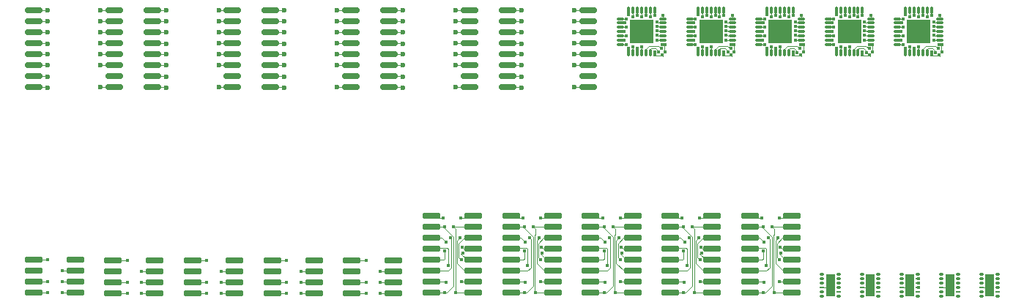
<source format=gbr>
%TF.GenerationSoftware,KiCad,Pcbnew,9.0.1*%
%TF.CreationDate,2025-04-16T14:08:05+02:00*%
%TF.ProjectId,cq2-adapt,6371322d-6164-4617-9074-2e6b69636164,rev?*%
%TF.SameCoordinates,Original*%
%TF.FileFunction,Copper,L2,Bot*%
%TF.FilePolarity,Positive*%
%FSLAX46Y46*%
G04 Gerber Fmt 4.6, Leading zero omitted, Abs format (unit mm)*
G04 Created by KiCad (PCBNEW 9.0.1) date 2025-04-16 14:08:05*
%MOMM*%
%LPD*%
G01*
G04 APERTURE LIST*
G04 Aperture macros list*
%AMRoundRect*
0 Rectangle with rounded corners*
0 $1 Rounding radius*
0 $2 $3 $4 $5 $6 $7 $8 $9 X,Y pos of 4 corners*
0 Add a 4 corners polygon primitive as box body*
4,1,4,$2,$3,$4,$5,$6,$7,$8,$9,$2,$3,0*
0 Add four circle primitives for the rounded corners*
1,1,$1+$1,$2,$3*
1,1,$1+$1,$4,$5*
1,1,$1+$1,$6,$7*
1,1,$1+$1,$8,$9*
0 Add four rect primitives between the rounded corners*
20,1,$1+$1,$2,$3,$4,$5,0*
20,1,$1+$1,$4,$5,$6,$7,0*
20,1,$1+$1,$6,$7,$8,$9,0*
20,1,$1+$1,$8,$9,$2,$3,0*%
G04 Aperture macros list end*
%TA.AperFunction,ComponentPad*%
%ADD10C,0.600000*%
%TD*%
%TA.AperFunction,SMDPad,CuDef*%
%ADD11R,1.000000X2.650000*%
%TD*%
%TA.AperFunction,SMDPad,CuDef*%
%ADD12RoundRect,0.150000X-0.875000X-0.150000X0.875000X-0.150000X0.875000X0.150000X-0.875000X0.150000X0*%
%TD*%
%TA.AperFunction,SMDPad,CuDef*%
%ADD13RoundRect,0.075000X-0.350000X0.075000X-0.350000X-0.075000X0.350000X-0.075000X0.350000X0.075000X0*%
%TD*%
%TA.AperFunction,SMDPad,CuDef*%
%ADD14RoundRect,0.075000X-0.075000X-0.350000X0.075000X-0.350000X0.075000X0.350000X-0.075000X0.350000X0*%
%TD*%
%TA.AperFunction,SMDPad,CuDef*%
%ADD15RoundRect,0.075000X-0.075000X-0.300000X0.075000X-0.300000X0.075000X0.300000X-0.075000X0.300000X0*%
%TD*%
%TA.AperFunction,SMDPad,CuDef*%
%ADD16RoundRect,0.075000X-0.300000X0.075000X-0.300000X-0.075000X0.300000X-0.075000X0.300000X0.075000X0*%
%TD*%
%TA.AperFunction,SMDPad,CuDef*%
%ADD17R,2.800000X2.800000*%
%TD*%
%TA.AperFunction,SMDPad,CuDef*%
%ADD18RoundRect,0.170016X-0.864984X-0.159984X0.864984X-0.159984X0.864984X0.159984X-0.864984X0.159984X0*%
%TD*%
%TA.AperFunction,SMDPad,CuDef*%
%ADD19RoundRect,0.062500X-0.187500X-0.062500X0.187500X-0.062500X0.187500X0.062500X-0.187500X0.062500X0*%
%TD*%
%TA.AperFunction,ViaPad*%
%ADD20C,0.600000*%
%TD*%
%TA.AperFunction,ViaPad*%
%ADD21C,0.400000*%
%TD*%
%TA.AperFunction,Conductor*%
%ADD22C,0.120000*%
%TD*%
%TA.AperFunction,Conductor*%
%ADD23C,0.100000*%
%TD*%
G04 APERTURE END LIST*
D10*
%TO.P,UT2,EP,PAD*%
%TO.N,Net-(UB2-GND)*%
X176600000Y-110400000D03*
X176600000Y-111400000D03*
D11*
X176600000Y-111400000D03*
D10*
X176600000Y-112400000D03*
%TD*%
%TO.P,UT2,EP,PAD*%
%TO.N,Net-(UB2-GND)*%
X162800000Y-110400000D03*
X162800000Y-111400000D03*
D11*
X162800000Y-111400000D03*
D10*
X162800000Y-112400000D03*
%TD*%
D12*
%TO.P,UB1,1,VCC*%
%TO.N,Net-(UB1-VCC)*%
X120900000Y-79600000D03*
%TO.P,UB1,2,GND1*%
%TO.N,Net-(UB1-GND1-Pad2)*%
X120900000Y-80870000D03*
%TO.P,UB1,3,INA*%
%TO.N,Net-(UB1-INA)*%
X120900000Y-82140000D03*
%TO.P,UB1,4,INB*%
%TO.N,Net-(UB1-INB)*%
X120900000Y-83410000D03*
%TO.P,UB1,5,INC*%
%TO.N,Net-(UB1-INC)*%
X120900000Y-84680000D03*
%TO.P,UB1,6,OUTD*%
%TO.N,Net-(UB1-OUTD)*%
X120900000Y-85950000D03*
%TO.P,UB1,7,NC*%
%TO.N,Net-(UB1-NC)*%
X120900000Y-87220000D03*
%TO.P,UB1,8,GND1*%
%TO.N,Net-(UB1-GND1-Pad8)*%
X120900000Y-88490000D03*
%TO.P,UB1,9,GND2*%
%TO.N,Net-(UB1-GND2-Pad9)*%
X130200000Y-88490000D03*
%TO.P,UB1,10,SEL*%
%TO.N,unconnected-(UB1-SEL-Pad10)*%
X130200000Y-87220000D03*
%TO.P,UB1,11,IND*%
%TO.N,Net-(UB1-IND)*%
X130200000Y-85950000D03*
%TO.P,UB1,12,OUTC*%
%TO.N,Net-(UB1-OUTC)*%
X130200000Y-84680000D03*
%TO.P,UB1,13,OUTB*%
%TO.N,Net-(UB1-OUTB)*%
X130200000Y-83410000D03*
%TO.P,UB1,14,OUTA*%
%TO.N,Net-(UB1-OUTA)*%
X130200000Y-82140000D03*
%TO.P,UB1,15,GND2*%
%TO.N,Net-(UB1-GND2-Pad15)*%
X130200000Y-80870000D03*
%TO.P,UB1,16,VISO*%
%TO.N,Net-(UB1-VISO)*%
X130200000Y-79600000D03*
%TD*%
D13*
%TO.P,UB3,1,SLOPE*%
%TO.N,Net-(UB3-SLOPE)*%
X157952494Y-80552497D03*
%TO.P,UB3,2,COMP*%
%TO.N,Net-(UB3-COMP)*%
X157952494Y-81052497D03*
%TO.P,UB3,3,REF*%
%TO.N,Net-(UB3-REF)*%
X157952494Y-81552497D03*
%TO.P,UB3,4,RT*%
%TO.N,Net-(UB3-RT)*%
X157952494Y-82052497D03*
%TO.P,UB3,5,AGND*%
%TO.N,Net-(UB3-AGND)*%
X157952494Y-82552497D03*
%TO.P,UB3,6,RD1*%
%TO.N,Net-(UB3-RD1)*%
X157952494Y-83052497D03*
%TO.P,UB3,7,RD2*%
%TO.N,Net-(UB3-RD2)*%
X157952494Y-83552497D03*
D14*
%TO.P,UB3,8,RES*%
%TO.N,Net-(UB3-RES)*%
X158902494Y-84502497D03*
%TO.P,UB3,9,SS*%
%TO.N,Net-(UB3-SS)*%
X159402494Y-84502497D03*
%TO.P,UB3,10,SSSR*%
%TO.N,Net-(UB3-SSSR)*%
X159902494Y-84502497D03*
%TO.P,UB3,11,SS_OFF*%
%TO.N,Net-(UB3-SS_OFF)*%
X160402494Y-84502497D03*
%TO.P,UB3,12,HS2*%
%TO.N,Net-(UB3-HS2)*%
X160902494Y-84502497D03*
%TO.P,UB3,13,HO2*%
%TO.N,Net-(UB3-HO2)*%
X161402494Y-84502497D03*
D15*
%TO.P,UB3,14,BST2*%
%TO.N,Net-(UB3-BST2)*%
X161902494Y-84552497D03*
D16*
%TO.P,UB3,15,SR2*%
%TO.N,Net-(UB3-SR2)*%
X162902494Y-83552497D03*
D13*
%TO.P,UB3,16,LO2*%
%TO.N,Net-(UB3-LO2)*%
X162852494Y-83052497D03*
%TO.P,UB3,17,VCC*%
%TO.N,Net-(UB3-VCC)*%
X162852494Y-82552497D03*
%TO.P,UB3,18,PGND*%
%TO.N,Net-(UB3-PGND)*%
X162852494Y-82052497D03*
%TO.P,UB3,19,LO1*%
%TO.N,Net-(UB3-LO1)*%
X162852494Y-81552497D03*
%TO.P,UB3,20,SR1*%
%TO.N,Net-(UB3-SR1)*%
X162852494Y-81052497D03*
%TO.P,UB3,21,BST1*%
%TO.N,Net-(UB3-BST1)*%
X162852494Y-80552497D03*
D14*
%TO.P,UB3,22,HO1*%
%TO.N,Net-(UB3-HO1)*%
X161902494Y-79602497D03*
%TO.P,UB3,23,HS1*%
%TO.N,Net-(UB3-HS1)*%
X161402494Y-79602497D03*
%TO.P,UB3,24,VIN*%
%TO.N,Net-(UB3-VIN)*%
X160902494Y-79602497D03*
%TO.P,UB3,25,UVLO*%
%TO.N,Net-(UB3-UVLO)*%
X160402494Y-79602497D03*
%TO.P,UB3,26,OVP*%
%TO.N,Net-(UB3-OVP)*%
X159902494Y-79602497D03*
%TO.P,UB3,27,RAMP*%
%TO.N,Net-(UB3-RAMP)*%
X159402494Y-79602497D03*
%TO.P,UB3,28,CS*%
%TO.N,Net-(UB3-CS)*%
X158902494Y-79602497D03*
D10*
%TO.P,UB3,EP,EP*%
%TO.N,Net-(UB3-PadEP)*%
X159752494Y-81402497D03*
X159752494Y-82702497D03*
D17*
X160402494Y-82052497D03*
D10*
X161052494Y-81402497D03*
X161052494Y-82702497D03*
%TD*%
D18*
%TO.P,UTB6,1,RO*%
%TO.N,Net-(UT5-RO)*%
X75275000Y-108490000D03*
%TO.P,UTB6,2,~{RE}*%
%TO.N,unconnected-(UTB6-~{RE}-Pad2)*%
X75275000Y-109760000D03*
%TO.P,UTB6,3,DE*%
%TO.N,Net-(UT5-DE)*%
X75275000Y-111030000D03*
%TO.P,UTB6,4,DI*%
%TO.N,Net-(UT5-DI)*%
X75275000Y-112300000D03*
%TO.P,UTB6,5,GND*%
%TO.N,Net-(UT5-GND)*%
X80125000Y-112300000D03*
%TO.P,UTB6,6,A*%
%TO.N,Net-(UT5-A)*%
X80125000Y-111030000D03*
%TO.P,UTB6,7,B*%
%TO.N,Net-(UT5-B)*%
X80125000Y-109760000D03*
%TO.P,UTB6,8,VCC*%
%TO.N,Net-(UT5-VCC)*%
X80125000Y-108490000D03*
%TD*%
%TO.P,UB4,1,VDD1*%
%TO.N,Net-(UB4-VDD1)*%
X112100000Y-103400000D03*
%TO.P,UB4,2,GND1*%
%TO.N,Net-(UB4-GND1-Pad2)*%
X112100000Y-104670000D03*
%TO.P,UB4,3,A1*%
%TO.N,Net-(UB4-A1)*%
X112100000Y-105940000D03*
%TO.P,UB4,4,A2*%
%TO.N,Net-(UB4-A2)*%
X112100000Y-107210000D03*
%TO.P,UB4,5,A3*%
%TO.N,Net-(UB4-A3)*%
X112100000Y-108480000D03*
%TO.P,UB4,6,A4*%
%TO.N,Net-(UB4-A4)*%
X112100000Y-109750000D03*
%TO.P,UB4,7,EN1*%
%TO.N,Net-(UB4-EN1)*%
X112100000Y-111020000D03*
%TO.P,UB4,8,GND1*%
%TO.N,Net-(UB4-GND1-Pad2)*%
X112100000Y-112290000D03*
%TO.P,UB4,9,GND2*%
%TO.N,Net-(UB4-GND2-Pad15)*%
X116950000Y-112290000D03*
%TO.P,UB4,10,EN2*%
%TO.N,Net-(UB4-EN2)*%
X116950000Y-111020000D03*
%TO.P,UB4,11,B4*%
%TO.N,Net-(UB4-B4)*%
X116950000Y-109750000D03*
%TO.P,UB4,12,B3*%
%TO.N,Net-(UB4-B3)*%
X116950000Y-108480000D03*
%TO.P,UB4,13,B2*%
%TO.N,Net-(UB4-B2)*%
X116950000Y-107210000D03*
%TO.P,UB4,14,B1*%
%TO.N,Net-(UB4-B1)*%
X116950000Y-105940000D03*
%TO.P,UB4,15,GND2*%
%TO.N,Net-(UB4-GND2-Pad15)*%
X116950000Y-104670000D03*
%TO.P,UB4,16,VDD2*%
%TO.N,Net-(UB4-VDD2)*%
X116950000Y-103400000D03*
%TD*%
D10*
%TO.P,UT2,EP,PAD*%
%TO.N,Net-(UB2-GND)*%
X158200000Y-110400000D03*
X158200000Y-111400000D03*
D11*
X158200000Y-111400000D03*
D10*
X158200000Y-112400000D03*
%TD*%
%TO.P,UT3,EP,EP*%
%TO.N,Net-(UB3-PadEP)*%
X151752494Y-81402497D03*
X151752494Y-82702497D03*
X153052494Y-81402497D03*
X153052494Y-82702497D03*
%TD*%
D12*
%TO.P,UB1,1,VCC*%
%TO.N,Net-(UB1-VCC)*%
X93500000Y-79600000D03*
%TO.P,UB1,2,GND1*%
%TO.N,Net-(UB1-GND1-Pad2)*%
X93500000Y-80870000D03*
%TO.P,UB1,3,INA*%
%TO.N,Net-(UB1-INA)*%
X93500000Y-82140000D03*
%TO.P,UB1,4,INB*%
%TO.N,Net-(UB1-INB)*%
X93500000Y-83410000D03*
%TO.P,UB1,5,INC*%
%TO.N,Net-(UB1-INC)*%
X93500000Y-84680000D03*
%TO.P,UB1,6,OUTD*%
%TO.N,Net-(UB1-OUTD)*%
X93500000Y-85950000D03*
%TO.P,UB1,7,NC*%
%TO.N,Net-(UB1-NC)*%
X93500000Y-87220000D03*
%TO.P,UB1,8,GND1*%
%TO.N,Net-(UB1-GND1-Pad8)*%
X93500000Y-88490000D03*
%TO.P,UB1,9,GND2*%
%TO.N,Net-(UB1-GND2-Pad9)*%
X102800000Y-88490000D03*
%TO.P,UB1,10,SEL*%
%TO.N,unconnected-(UB1-SEL-Pad10)*%
X102800000Y-87220000D03*
%TO.P,UB1,11,IND*%
%TO.N,Net-(UB1-IND)*%
X102800000Y-85950000D03*
%TO.P,UB1,12,OUTC*%
%TO.N,Net-(UB1-OUTC)*%
X102800000Y-84680000D03*
%TO.P,UB1,13,OUTB*%
%TO.N,Net-(UB1-OUTB)*%
X102800000Y-83410000D03*
%TO.P,UB1,14,OUTA*%
%TO.N,Net-(UB1-OUTA)*%
X102800000Y-82140000D03*
%TO.P,UB1,15,GND2*%
%TO.N,Net-(UB1-GND2-Pad15)*%
X102800000Y-80870000D03*
%TO.P,UB1,16,VISO*%
%TO.N,Net-(UB1-VISO)*%
X102800000Y-79600000D03*
%TD*%
D19*
%TO.P,UB2,1,PGOOD*%
%TO.N,Net-(UB2-PGOOD)*%
X175650000Y-110150000D03*
%TO.P,UB2,2,FB+*%
%TO.N,Net-(UB2-FB+)*%
X175650000Y-110650000D03*
%TO.P,UB2,3,VIN*%
%TO.N,Net-(UB2-VIN)*%
X175650000Y-111150000D03*
%TO.P,UB2,4,GND*%
%TO.N,Net-(UB2-GND)*%
X175650000Y-111650000D03*
%TO.P,UB2,5,CP*%
%TO.N,Net-(UB2-CP)*%
X175650000Y-112150000D03*
%TO.P,UB2,6,OUT-*%
%TO.N,Net-(UB2-OUT-)*%
X175650000Y-112650000D03*
%TO.P,UB2,7,FB-*%
%TO.N,Net-(UB2-FB-)*%
X177550000Y-112650000D03*
%TO.P,UB2,8,EN-*%
%TO.N,unconnected-(UB2-EN--Pad8)*%
X177550000Y-112150000D03*
%TO.P,UB2,9,C-*%
%TO.N,Net-(UB2-C-)*%
X177550000Y-111650000D03*
%TO.P,UB2,10,C+*%
%TO.N,Net-(UB2-C+)*%
X177550000Y-111150000D03*
%TO.P,UB2,11,OUT+*%
%TO.N,Net-(UB2-OUT+)*%
X177550000Y-110650000D03*
%TO.P,UB2,12,EN+*%
%TO.N,Net-(UB2-EN+)*%
X177550000Y-110150000D03*
D10*
%TO.P,UB2,EP,PAD*%
%TO.N,Net-(UB2-GND)*%
X176600000Y-110400000D03*
X176600000Y-111400000D03*
D11*
X176600000Y-111400000D03*
D10*
X176600000Y-112400000D03*
%TD*%
%TO.P,UT3,EP,EP*%
%TO.N,Net-(UB3-PadEP)*%
X143750000Y-81400000D03*
X143750000Y-82700000D03*
X145050000Y-81400000D03*
X145050000Y-82700000D03*
%TD*%
D19*
%TO.P,UB2,1,PGOOD*%
%TO.N,Net-(UB2-PGOOD)*%
X166450000Y-110150000D03*
%TO.P,UB2,2,FB+*%
%TO.N,Net-(UB2-FB+)*%
X166450000Y-110650000D03*
%TO.P,UB2,3,VIN*%
%TO.N,Net-(UB2-VIN)*%
X166450000Y-111150000D03*
%TO.P,UB2,4,GND*%
%TO.N,Net-(UB2-GND)*%
X166450000Y-111650000D03*
%TO.P,UB2,5,CP*%
%TO.N,Net-(UB2-CP)*%
X166450000Y-112150000D03*
%TO.P,UB2,6,OUT-*%
%TO.N,Net-(UB2-OUT-)*%
X166450000Y-112650000D03*
%TO.P,UB2,7,FB-*%
%TO.N,Net-(UB2-FB-)*%
X168350000Y-112650000D03*
%TO.P,UB2,8,EN-*%
%TO.N,unconnected-(UB2-EN--Pad8)*%
X168350000Y-112150000D03*
%TO.P,UB2,9,C-*%
%TO.N,Net-(UB2-C-)*%
X168350000Y-111650000D03*
%TO.P,UB2,10,C+*%
%TO.N,Net-(UB2-C+)*%
X168350000Y-111150000D03*
%TO.P,UB2,11,OUT+*%
%TO.N,Net-(UB2-OUT+)*%
X168350000Y-110650000D03*
%TO.P,UB2,12,EN+*%
%TO.N,Net-(UB2-EN+)*%
X168350000Y-110150000D03*
D10*
%TO.P,UB2,EP,PAD*%
%TO.N,Net-(UB2-GND)*%
X167400000Y-110400000D03*
X167400000Y-111400000D03*
D11*
X167400000Y-111400000D03*
D10*
X167400000Y-112400000D03*
%TD*%
D12*
%TO.P,UB1,1,VCC*%
%TO.N,Net-(UB1-VCC)*%
X107200000Y-79600000D03*
%TO.P,UB1,2,GND1*%
%TO.N,Net-(UB1-GND1-Pad2)*%
X107200000Y-80870000D03*
%TO.P,UB1,3,INA*%
%TO.N,Net-(UB1-INA)*%
X107200000Y-82140000D03*
%TO.P,UB1,4,INB*%
%TO.N,Net-(UB1-INB)*%
X107200000Y-83410000D03*
%TO.P,UB1,5,INC*%
%TO.N,Net-(UB1-INC)*%
X107200000Y-84680000D03*
%TO.P,UB1,6,OUTD*%
%TO.N,Net-(UB1-OUTD)*%
X107200000Y-85950000D03*
%TO.P,UB1,7,NC*%
%TO.N,Net-(UB1-NC)*%
X107200000Y-87220000D03*
%TO.P,UB1,8,GND1*%
%TO.N,Net-(UB1-GND1-Pad8)*%
X107200000Y-88490000D03*
%TO.P,UB1,9,GND2*%
%TO.N,Net-(UB1-GND2-Pad9)*%
X116500000Y-88490000D03*
%TO.P,UB1,10,SEL*%
%TO.N,unconnected-(UB1-SEL-Pad10)*%
X116500000Y-87220000D03*
%TO.P,UB1,11,IND*%
%TO.N,Net-(UB1-IND)*%
X116500000Y-85950000D03*
%TO.P,UB1,12,OUTC*%
%TO.N,Net-(UB1-OUTC)*%
X116500000Y-84680000D03*
%TO.P,UB1,13,OUTB*%
%TO.N,Net-(UB1-OUTB)*%
X116500000Y-83410000D03*
%TO.P,UB1,14,OUTA*%
%TO.N,Net-(UB1-OUTA)*%
X116500000Y-82140000D03*
%TO.P,UB1,15,GND2*%
%TO.N,Net-(UB1-GND2-Pad15)*%
X116500000Y-80870000D03*
%TO.P,UB1,16,VISO*%
%TO.N,Net-(UB1-VISO)*%
X116500000Y-79600000D03*
%TD*%
D19*
%TO.P,UB2,1,PGOOD*%
%TO.N,Net-(UB2-PGOOD)*%
X157250000Y-110150000D03*
%TO.P,UB2,2,FB+*%
%TO.N,Net-(UB2-FB+)*%
X157250000Y-110650000D03*
%TO.P,UB2,3,VIN*%
%TO.N,Net-(UB2-VIN)*%
X157250000Y-111150000D03*
%TO.P,UB2,4,GND*%
%TO.N,Net-(UB2-GND)*%
X157250000Y-111650000D03*
%TO.P,UB2,5,CP*%
%TO.N,Net-(UB2-CP)*%
X157250000Y-112150000D03*
%TO.P,UB2,6,OUT-*%
%TO.N,Net-(UB2-OUT-)*%
X157250000Y-112650000D03*
%TO.P,UB2,7,FB-*%
%TO.N,Net-(UB2-FB-)*%
X159150000Y-112650000D03*
%TO.P,UB2,8,EN-*%
%TO.N,unconnected-(UB2-EN--Pad8)*%
X159150000Y-112150000D03*
%TO.P,UB2,9,C-*%
%TO.N,Net-(UB2-C-)*%
X159150000Y-111650000D03*
%TO.P,UB2,10,C+*%
%TO.N,Net-(UB2-C+)*%
X159150000Y-111150000D03*
%TO.P,UB2,11,OUT+*%
%TO.N,Net-(UB2-OUT+)*%
X159150000Y-110650000D03*
%TO.P,UB2,12,EN+*%
%TO.N,Net-(UB2-EN+)*%
X159150000Y-110150000D03*
D10*
%TO.P,UB2,EP,PAD*%
%TO.N,Net-(UB2-GND)*%
X158200000Y-110400000D03*
X158200000Y-111400000D03*
D11*
X158200000Y-111400000D03*
D10*
X158200000Y-112400000D03*
%TD*%
D12*
%TO.P,UB1,1,VCC*%
%TO.N,Net-(UB1-VCC)*%
X66100000Y-79600000D03*
%TO.P,UB1,2,GND1*%
%TO.N,Net-(UB1-GND1-Pad2)*%
X66100000Y-80870000D03*
%TO.P,UB1,3,INA*%
%TO.N,Net-(UB1-INA)*%
X66100000Y-82140000D03*
%TO.P,UB1,4,INB*%
%TO.N,Net-(UB1-INB)*%
X66100000Y-83410000D03*
%TO.P,UB1,5,INC*%
%TO.N,Net-(UB1-INC)*%
X66100000Y-84680000D03*
%TO.P,UB1,6,OUTD*%
%TO.N,Net-(UB1-OUTD)*%
X66100000Y-85950000D03*
%TO.P,UB1,7,NC*%
%TO.N,Net-(UB1-NC)*%
X66100000Y-87220000D03*
%TO.P,UB1,8,GND1*%
%TO.N,Net-(UB1-GND1-Pad8)*%
X66100000Y-88490000D03*
%TO.P,UB1,9,GND2*%
%TO.N,Net-(UB1-GND2-Pad9)*%
X75400000Y-88490000D03*
%TO.P,UB1,10,SEL*%
%TO.N,unconnected-(UB1-SEL-Pad10)*%
X75400000Y-87220000D03*
%TO.P,UB1,11,IND*%
%TO.N,Net-(UB1-IND)*%
X75400000Y-85950000D03*
%TO.P,UB1,12,OUTC*%
%TO.N,Net-(UB1-OUTC)*%
X75400000Y-84680000D03*
%TO.P,UB1,13,OUTB*%
%TO.N,Net-(UB1-OUTB)*%
X75400000Y-83410000D03*
%TO.P,UB1,14,OUTA*%
%TO.N,Net-(UB1-OUTA)*%
X75400000Y-82140000D03*
%TO.P,UB1,15,GND2*%
%TO.N,Net-(UB1-GND2-Pad15)*%
X75400000Y-80870000D03*
%TO.P,UB1,16,VISO*%
%TO.N,Net-(UB1-VISO)*%
X75400000Y-79600000D03*
%TD*%
D18*
%TO.P,UTB6,1,RO*%
%TO.N,Net-(UT5-RO)*%
X93675000Y-108495000D03*
%TO.P,UTB6,2,~{RE}*%
%TO.N,unconnected-(UTB6-~{RE}-Pad2)*%
X93675000Y-109765000D03*
%TO.P,UTB6,3,DE*%
%TO.N,Net-(UT5-DE)*%
X93675000Y-111035000D03*
%TO.P,UTB6,4,DI*%
%TO.N,Net-(UT5-DI)*%
X93675000Y-112305000D03*
%TO.P,UTB6,5,GND*%
%TO.N,Net-(UT5-GND)*%
X98525000Y-112305000D03*
%TO.P,UTB6,6,A*%
%TO.N,Net-(UT5-A)*%
X98525000Y-111035000D03*
%TO.P,UTB6,7,B*%
%TO.N,Net-(UT5-B)*%
X98525000Y-109765000D03*
%TO.P,UTB6,8,VCC*%
%TO.N,Net-(UT5-VCC)*%
X98525000Y-108495000D03*
%TD*%
%TO.P,UB4,1,VDD1*%
%TO.N,Net-(UB4-VDD1)*%
X139700000Y-103400000D03*
%TO.P,UB4,2,GND1*%
%TO.N,Net-(UB4-GND1-Pad2)*%
X139700000Y-104670000D03*
%TO.P,UB4,3,A1*%
%TO.N,Net-(UB4-A1)*%
X139700000Y-105940000D03*
%TO.P,UB4,4,A2*%
%TO.N,Net-(UB4-A2)*%
X139700000Y-107210000D03*
%TO.P,UB4,5,A3*%
%TO.N,Net-(UB4-A3)*%
X139700000Y-108480000D03*
%TO.P,UB4,6,A4*%
%TO.N,Net-(UB4-A4)*%
X139700000Y-109750000D03*
%TO.P,UB4,7,EN1*%
%TO.N,Net-(UB4-EN1)*%
X139700000Y-111020000D03*
%TO.P,UB4,8,GND1*%
%TO.N,Net-(UB4-GND1-Pad2)*%
X139700000Y-112290000D03*
%TO.P,UB4,9,GND2*%
%TO.N,Net-(UB4-GND2-Pad15)*%
X144550000Y-112290000D03*
%TO.P,UB4,10,EN2*%
%TO.N,Net-(UB4-EN2)*%
X144550000Y-111020000D03*
%TO.P,UB4,11,B4*%
%TO.N,Net-(UB4-B4)*%
X144550000Y-109750000D03*
%TO.P,UB4,12,B3*%
%TO.N,Net-(UB4-B3)*%
X144550000Y-108480000D03*
%TO.P,UB4,13,B2*%
%TO.N,Net-(UB4-B2)*%
X144550000Y-107210000D03*
%TO.P,UB4,14,B1*%
%TO.N,Net-(UB4-B1)*%
X144550000Y-105940000D03*
%TO.P,UB4,15,GND2*%
%TO.N,Net-(UB4-GND2-Pad15)*%
X144550000Y-104670000D03*
%TO.P,UB4,16,VDD2*%
%TO.N,Net-(UB4-VDD2)*%
X144550000Y-103400000D03*
%TD*%
D13*
%TO.P,UB3,1,SLOPE*%
%TO.N,Net-(UB3-SLOPE)*%
X165952494Y-80552497D03*
%TO.P,UB3,2,COMP*%
%TO.N,Net-(UB3-COMP)*%
X165952494Y-81052497D03*
%TO.P,UB3,3,REF*%
%TO.N,Net-(UB3-REF)*%
X165952494Y-81552497D03*
%TO.P,UB3,4,RT*%
%TO.N,Net-(UB3-RT)*%
X165952494Y-82052497D03*
%TO.P,UB3,5,AGND*%
%TO.N,Net-(UB3-AGND)*%
X165952494Y-82552497D03*
%TO.P,UB3,6,RD1*%
%TO.N,Net-(UB3-RD1)*%
X165952494Y-83052497D03*
%TO.P,UB3,7,RD2*%
%TO.N,Net-(UB3-RD2)*%
X165952494Y-83552497D03*
D14*
%TO.P,UB3,8,RES*%
%TO.N,Net-(UB3-RES)*%
X166902494Y-84502497D03*
%TO.P,UB3,9,SS*%
%TO.N,Net-(UB3-SS)*%
X167402494Y-84502497D03*
%TO.P,UB3,10,SSSR*%
%TO.N,Net-(UB3-SSSR)*%
X167902494Y-84502497D03*
%TO.P,UB3,11,SS_OFF*%
%TO.N,Net-(UB3-SS_OFF)*%
X168402494Y-84502497D03*
%TO.P,UB3,12,HS2*%
%TO.N,Net-(UB3-HS2)*%
X168902494Y-84502497D03*
%TO.P,UB3,13,HO2*%
%TO.N,Net-(UB3-HO2)*%
X169402494Y-84502497D03*
D15*
%TO.P,UB3,14,BST2*%
%TO.N,Net-(UB3-BST2)*%
X169902494Y-84552497D03*
D16*
%TO.P,UB3,15,SR2*%
%TO.N,Net-(UB3-SR2)*%
X170902494Y-83552497D03*
D13*
%TO.P,UB3,16,LO2*%
%TO.N,Net-(UB3-LO2)*%
X170852494Y-83052497D03*
%TO.P,UB3,17,VCC*%
%TO.N,Net-(UB3-VCC)*%
X170852494Y-82552497D03*
%TO.P,UB3,18,PGND*%
%TO.N,Net-(UB3-PGND)*%
X170852494Y-82052497D03*
%TO.P,UB3,19,LO1*%
%TO.N,Net-(UB3-LO1)*%
X170852494Y-81552497D03*
%TO.P,UB3,20,SR1*%
%TO.N,Net-(UB3-SR1)*%
X170852494Y-81052497D03*
%TO.P,UB3,21,BST1*%
%TO.N,Net-(UB3-BST1)*%
X170852494Y-80552497D03*
D14*
%TO.P,UB3,22,HO1*%
%TO.N,Net-(UB3-HO1)*%
X169902494Y-79602497D03*
%TO.P,UB3,23,HS1*%
%TO.N,Net-(UB3-HS1)*%
X169402494Y-79602497D03*
%TO.P,UB3,24,VIN*%
%TO.N,Net-(UB3-VIN)*%
X168902494Y-79602497D03*
%TO.P,UB3,25,UVLO*%
%TO.N,Net-(UB3-UVLO)*%
X168402494Y-79602497D03*
%TO.P,UB3,26,OVP*%
%TO.N,Net-(UB3-OVP)*%
X167902494Y-79602497D03*
%TO.P,UB3,27,RAMP*%
%TO.N,Net-(UB3-RAMP)*%
X167402494Y-79602497D03*
%TO.P,UB3,28,CS*%
%TO.N,Net-(UB3-CS)*%
X166902494Y-79602497D03*
D10*
%TO.P,UB3,EP,EP*%
%TO.N,Net-(UB3-PadEP)*%
X167752494Y-81402497D03*
X167752494Y-82702497D03*
D17*
X168402494Y-82052497D03*
D10*
X169052494Y-81402497D03*
X169052494Y-82702497D03*
%TD*%
D18*
%TO.P,UB4,1,VDD1*%
%TO.N,Net-(UB4-VDD1)*%
X148900000Y-103400000D03*
%TO.P,UB4,2,GND1*%
%TO.N,Net-(UB4-GND1-Pad2)*%
X148900000Y-104670000D03*
%TO.P,UB4,3,A1*%
%TO.N,Net-(UB4-A1)*%
X148900000Y-105940000D03*
%TO.P,UB4,4,A2*%
%TO.N,Net-(UB4-A2)*%
X148900000Y-107210000D03*
%TO.P,UB4,5,A3*%
%TO.N,Net-(UB4-A3)*%
X148900000Y-108480000D03*
%TO.P,UB4,6,A4*%
%TO.N,Net-(UB4-A4)*%
X148900000Y-109750000D03*
%TO.P,UB4,7,EN1*%
%TO.N,Net-(UB4-EN1)*%
X148900000Y-111020000D03*
%TO.P,UB4,8,GND1*%
%TO.N,Net-(UB4-GND1-Pad2)*%
X148900000Y-112290000D03*
%TO.P,UB4,9,GND2*%
%TO.N,Net-(UB4-GND2-Pad15)*%
X153750000Y-112290000D03*
%TO.P,UB4,10,EN2*%
%TO.N,Net-(UB4-EN2)*%
X153750000Y-111020000D03*
%TO.P,UB4,11,B4*%
%TO.N,Net-(UB4-B4)*%
X153750000Y-109750000D03*
%TO.P,UB4,12,B3*%
%TO.N,Net-(UB4-B3)*%
X153750000Y-108480000D03*
%TO.P,UB4,13,B2*%
%TO.N,Net-(UB4-B2)*%
X153750000Y-107210000D03*
%TO.P,UB4,14,B1*%
%TO.N,Net-(UB4-B1)*%
X153750000Y-105940000D03*
%TO.P,UB4,15,GND2*%
%TO.N,Net-(UB4-GND2-Pad15)*%
X153750000Y-104670000D03*
%TO.P,UB4,16,VDD2*%
%TO.N,Net-(UB4-VDD2)*%
X153750000Y-103400000D03*
%TD*%
D13*
%TO.P,UB3,1,SLOPE*%
%TO.N,Net-(UB3-SLOPE)*%
X141950000Y-80550000D03*
%TO.P,UB3,2,COMP*%
%TO.N,Net-(UB3-COMP)*%
X141950000Y-81050000D03*
%TO.P,UB3,3,REF*%
%TO.N,Net-(UB3-REF)*%
X141950000Y-81550000D03*
%TO.P,UB3,4,RT*%
%TO.N,Net-(UB3-RT)*%
X141950000Y-82050000D03*
%TO.P,UB3,5,AGND*%
%TO.N,Net-(UB3-AGND)*%
X141950000Y-82550000D03*
%TO.P,UB3,6,RD1*%
%TO.N,Net-(UB3-RD1)*%
X141950000Y-83050000D03*
%TO.P,UB3,7,RD2*%
%TO.N,Net-(UB3-RD2)*%
X141950000Y-83550000D03*
D14*
%TO.P,UB3,8,RES*%
%TO.N,Net-(UB3-RES)*%
X142900000Y-84500000D03*
%TO.P,UB3,9,SS*%
%TO.N,Net-(UB3-SS)*%
X143400000Y-84500000D03*
%TO.P,UB3,10,SSSR*%
%TO.N,Net-(UB3-SSSR)*%
X143900000Y-84500000D03*
%TO.P,UB3,11,SS_OFF*%
%TO.N,Net-(UB3-SS_OFF)*%
X144400000Y-84500000D03*
%TO.P,UB3,12,HS2*%
%TO.N,Net-(UB3-HS2)*%
X144900000Y-84500000D03*
%TO.P,UB3,13,HO2*%
%TO.N,Net-(UB3-HO2)*%
X145400000Y-84500000D03*
D15*
%TO.P,UB3,14,BST2*%
%TO.N,Net-(UB3-BST2)*%
X145900000Y-84550000D03*
D16*
%TO.P,UB3,15,SR2*%
%TO.N,Net-(UB3-SR2)*%
X146900000Y-83550000D03*
D13*
%TO.P,UB3,16,LO2*%
%TO.N,Net-(UB3-LO2)*%
X146850000Y-83050000D03*
%TO.P,UB3,17,VCC*%
%TO.N,Net-(UB3-VCC)*%
X146850000Y-82550000D03*
%TO.P,UB3,18,PGND*%
%TO.N,Net-(UB3-PGND)*%
X146850000Y-82050000D03*
%TO.P,UB3,19,LO1*%
%TO.N,Net-(UB3-LO1)*%
X146850000Y-81550000D03*
%TO.P,UB3,20,SR1*%
%TO.N,Net-(UB3-SR1)*%
X146850000Y-81050000D03*
%TO.P,UB3,21,BST1*%
%TO.N,Net-(UB3-BST1)*%
X146850000Y-80550000D03*
D14*
%TO.P,UB3,22,HO1*%
%TO.N,Net-(UB3-HO1)*%
X145900000Y-79600000D03*
%TO.P,UB3,23,HS1*%
%TO.N,Net-(UB3-HS1)*%
X145400000Y-79600000D03*
%TO.P,UB3,24,VIN*%
%TO.N,Net-(UB3-VIN)*%
X144900000Y-79600000D03*
%TO.P,UB3,25,UVLO*%
%TO.N,Net-(UB3-UVLO)*%
X144400000Y-79600000D03*
%TO.P,UB3,26,OVP*%
%TO.N,Net-(UB3-OVP)*%
X143900000Y-79600000D03*
%TO.P,UB3,27,RAMP*%
%TO.N,Net-(UB3-RAMP)*%
X143400000Y-79600000D03*
%TO.P,UB3,28,CS*%
%TO.N,Net-(UB3-CS)*%
X142900000Y-79600000D03*
D10*
%TO.P,UB3,EP,EP*%
%TO.N,Net-(UB3-PadEP)*%
X143750000Y-81400000D03*
X143750000Y-82700000D03*
D17*
X144400000Y-82050000D03*
D10*
X145050000Y-81400000D03*
X145050000Y-82700000D03*
%TD*%
%TO.P,UT3,EP,EP*%
%TO.N,Net-(UB3-PadEP)*%
X135750000Y-81400000D03*
X135750000Y-82700000D03*
X137050000Y-81400000D03*
X137050000Y-82700000D03*
%TD*%
%TO.P,UT3,EP,EP*%
%TO.N,Net-(UB3-PadEP)*%
X159752494Y-81402497D03*
X159752494Y-82702497D03*
X161052494Y-81402497D03*
X161052494Y-82702497D03*
%TD*%
D18*
%TO.P,UB4,1,VDD1*%
%TO.N,Net-(UB4-VDD1)*%
X130500000Y-103400000D03*
%TO.P,UB4,2,GND1*%
%TO.N,Net-(UB4-GND1-Pad2)*%
X130500000Y-104670000D03*
%TO.P,UB4,3,A1*%
%TO.N,Net-(UB4-A1)*%
X130500000Y-105940000D03*
%TO.P,UB4,4,A2*%
%TO.N,Net-(UB4-A2)*%
X130500000Y-107210000D03*
%TO.P,UB4,5,A3*%
%TO.N,Net-(UB4-A3)*%
X130500000Y-108480000D03*
%TO.P,UB4,6,A4*%
%TO.N,Net-(UB4-A4)*%
X130500000Y-109750000D03*
%TO.P,UB4,7,EN1*%
%TO.N,Net-(UB4-EN1)*%
X130500000Y-111020000D03*
%TO.P,UB4,8,GND1*%
%TO.N,Net-(UB4-GND1-Pad2)*%
X130500000Y-112290000D03*
%TO.P,UB4,9,GND2*%
%TO.N,Net-(UB4-GND2-Pad15)*%
X135350000Y-112290000D03*
%TO.P,UB4,10,EN2*%
%TO.N,Net-(UB4-EN2)*%
X135350000Y-111020000D03*
%TO.P,UB4,11,B4*%
%TO.N,Net-(UB4-B4)*%
X135350000Y-109750000D03*
%TO.P,UB4,12,B3*%
%TO.N,Net-(UB4-B3)*%
X135350000Y-108480000D03*
%TO.P,UB4,13,B2*%
%TO.N,Net-(UB4-B2)*%
X135350000Y-107210000D03*
%TO.P,UB4,14,B1*%
%TO.N,Net-(UB4-B1)*%
X135350000Y-105940000D03*
%TO.P,UB4,15,GND2*%
%TO.N,Net-(UB4-GND2-Pad15)*%
X135350000Y-104670000D03*
%TO.P,UB4,16,VDD2*%
%TO.N,Net-(UB4-VDD2)*%
X135350000Y-103400000D03*
%TD*%
%TO.P,UB4,1,VDD1*%
%TO.N,Net-(UB4-VDD1)*%
X121300000Y-103400000D03*
%TO.P,UB4,2,GND1*%
%TO.N,Net-(UB4-GND1-Pad2)*%
X121300000Y-104670000D03*
%TO.P,UB4,3,A1*%
%TO.N,Net-(UB4-A1)*%
X121300000Y-105940000D03*
%TO.P,UB4,4,A2*%
%TO.N,Net-(UB4-A2)*%
X121300000Y-107210000D03*
%TO.P,UB4,5,A3*%
%TO.N,Net-(UB4-A3)*%
X121300000Y-108480000D03*
%TO.P,UB4,6,A4*%
%TO.N,Net-(UB4-A4)*%
X121300000Y-109750000D03*
%TO.P,UB4,7,EN1*%
%TO.N,Net-(UB4-EN1)*%
X121300000Y-111020000D03*
%TO.P,UB4,8,GND1*%
%TO.N,Net-(UB4-GND1-Pad2)*%
X121300000Y-112290000D03*
%TO.P,UB4,9,GND2*%
%TO.N,Net-(UB4-GND2-Pad15)*%
X126150000Y-112290000D03*
%TO.P,UB4,10,EN2*%
%TO.N,Net-(UB4-EN2)*%
X126150000Y-111020000D03*
%TO.P,UB4,11,B4*%
%TO.N,Net-(UB4-B4)*%
X126150000Y-109750000D03*
%TO.P,UB4,12,B3*%
%TO.N,Net-(UB4-B3)*%
X126150000Y-108480000D03*
%TO.P,UB4,13,B2*%
%TO.N,Net-(UB4-B2)*%
X126150000Y-107210000D03*
%TO.P,UB4,14,B1*%
%TO.N,Net-(UB4-B1)*%
X126150000Y-105940000D03*
%TO.P,UB4,15,GND2*%
%TO.N,Net-(UB4-GND2-Pad15)*%
X126150000Y-104670000D03*
%TO.P,UB4,16,VDD2*%
%TO.N,Net-(UB4-VDD2)*%
X126150000Y-103400000D03*
%TD*%
D13*
%TO.P,UB3,1,SLOPE*%
%TO.N,Net-(UB3-SLOPE)*%
X133950000Y-80550000D03*
%TO.P,UB3,2,COMP*%
%TO.N,Net-(UB3-COMP)*%
X133950000Y-81050000D03*
%TO.P,UB3,3,REF*%
%TO.N,Net-(UB3-REF)*%
X133950000Y-81550000D03*
%TO.P,UB3,4,RT*%
%TO.N,Net-(UB3-RT)*%
X133950000Y-82050000D03*
%TO.P,UB3,5,AGND*%
%TO.N,Net-(UB3-AGND)*%
X133950000Y-82550000D03*
%TO.P,UB3,6,RD1*%
%TO.N,Net-(UB3-RD1)*%
X133950000Y-83050000D03*
%TO.P,UB3,7,RD2*%
%TO.N,Net-(UB3-RD2)*%
X133950000Y-83550000D03*
D14*
%TO.P,UB3,8,RES*%
%TO.N,Net-(UB3-RES)*%
X134900000Y-84500000D03*
%TO.P,UB3,9,SS*%
%TO.N,Net-(UB3-SS)*%
X135400000Y-84500000D03*
%TO.P,UB3,10,SSSR*%
%TO.N,Net-(UB3-SSSR)*%
X135900000Y-84500000D03*
%TO.P,UB3,11,SS_OFF*%
%TO.N,Net-(UB3-SS_OFF)*%
X136400000Y-84500000D03*
%TO.P,UB3,12,HS2*%
%TO.N,Net-(UB3-HS2)*%
X136900000Y-84500000D03*
%TO.P,UB3,13,HO2*%
%TO.N,Net-(UB3-HO2)*%
X137400000Y-84500000D03*
D15*
%TO.P,UB3,14,BST2*%
%TO.N,Net-(UB3-BST2)*%
X137900000Y-84550000D03*
D16*
%TO.P,UB3,15,SR2*%
%TO.N,Net-(UB3-SR2)*%
X138900000Y-83550000D03*
D13*
%TO.P,UB3,16,LO2*%
%TO.N,Net-(UB3-LO2)*%
X138850000Y-83050000D03*
%TO.P,UB3,17,VCC*%
%TO.N,Net-(UB3-VCC)*%
X138850000Y-82550000D03*
%TO.P,UB3,18,PGND*%
%TO.N,Net-(UB3-PGND)*%
X138850000Y-82050000D03*
%TO.P,UB3,19,LO1*%
%TO.N,Net-(UB3-LO1)*%
X138850000Y-81550000D03*
%TO.P,UB3,20,SR1*%
%TO.N,Net-(UB3-SR1)*%
X138850000Y-81050000D03*
%TO.P,UB3,21,BST1*%
%TO.N,Net-(UB3-BST1)*%
X138850000Y-80550000D03*
D14*
%TO.P,UB3,22,HO1*%
%TO.N,Net-(UB3-HO1)*%
X137900000Y-79600000D03*
%TO.P,UB3,23,HS1*%
%TO.N,Net-(UB3-HS1)*%
X137400000Y-79600000D03*
%TO.P,UB3,24,VIN*%
%TO.N,Net-(UB3-VIN)*%
X136900000Y-79600000D03*
%TO.P,UB3,25,UVLO*%
%TO.N,Net-(UB3-UVLO)*%
X136400000Y-79600000D03*
%TO.P,UB3,26,OVP*%
%TO.N,Net-(UB3-OVP)*%
X135900000Y-79600000D03*
%TO.P,UB3,27,RAMP*%
%TO.N,Net-(UB3-RAMP)*%
X135400000Y-79600000D03*
%TO.P,UB3,28,CS*%
%TO.N,Net-(UB3-CS)*%
X134900000Y-79600000D03*
D10*
%TO.P,UB3,EP,EP*%
%TO.N,Net-(UB3-PadEP)*%
X135750000Y-81400000D03*
X135750000Y-82700000D03*
D17*
X136400000Y-82050000D03*
D10*
X137050000Y-81400000D03*
X137050000Y-82700000D03*
%TD*%
D12*
%TO.P,UB1,1,VCC*%
%TO.N,Net-(UB1-VCC)*%
X79800000Y-79600000D03*
%TO.P,UB1,2,GND1*%
%TO.N,Net-(UB1-GND1-Pad2)*%
X79800000Y-80870000D03*
%TO.P,UB1,3,INA*%
%TO.N,Net-(UB1-INA)*%
X79800000Y-82140000D03*
%TO.P,UB1,4,INB*%
%TO.N,Net-(UB1-INB)*%
X79800000Y-83410000D03*
%TO.P,UB1,5,INC*%
%TO.N,Net-(UB1-INC)*%
X79800000Y-84680000D03*
%TO.P,UB1,6,OUTD*%
%TO.N,Net-(UB1-OUTD)*%
X79800000Y-85950000D03*
%TO.P,UB1,7,NC*%
%TO.N,Net-(UB1-NC)*%
X79800000Y-87220000D03*
%TO.P,UB1,8,GND1*%
%TO.N,Net-(UB1-GND1-Pad8)*%
X79800000Y-88490000D03*
%TO.P,UB1,9,GND2*%
%TO.N,Net-(UB1-GND2-Pad9)*%
X89100000Y-88490000D03*
%TO.P,UB1,10,SEL*%
%TO.N,unconnected-(UB1-SEL-Pad10)*%
X89100000Y-87220000D03*
%TO.P,UB1,11,IND*%
%TO.N,Net-(UB1-IND)*%
X89100000Y-85950000D03*
%TO.P,UB1,12,OUTC*%
%TO.N,Net-(UB1-OUTC)*%
X89100000Y-84680000D03*
%TO.P,UB1,13,OUTB*%
%TO.N,Net-(UB1-OUTB)*%
X89100000Y-83410000D03*
%TO.P,UB1,14,OUTA*%
%TO.N,Net-(UB1-OUTA)*%
X89100000Y-82140000D03*
%TO.P,UB1,15,GND2*%
%TO.N,Net-(UB1-GND2-Pad15)*%
X89100000Y-80870000D03*
%TO.P,UB1,16,VISO*%
%TO.N,Net-(UB1-VISO)*%
X89100000Y-79600000D03*
%TD*%
D13*
%TO.P,UB3,1,SLOPE*%
%TO.N,Net-(UB3-SLOPE)*%
X149952494Y-80552497D03*
%TO.P,UB3,2,COMP*%
%TO.N,Net-(UB3-COMP)*%
X149952494Y-81052497D03*
%TO.P,UB3,3,REF*%
%TO.N,Net-(UB3-REF)*%
X149952494Y-81552497D03*
%TO.P,UB3,4,RT*%
%TO.N,Net-(UB3-RT)*%
X149952494Y-82052497D03*
%TO.P,UB3,5,AGND*%
%TO.N,Net-(UB3-AGND)*%
X149952494Y-82552497D03*
%TO.P,UB3,6,RD1*%
%TO.N,Net-(UB3-RD1)*%
X149952494Y-83052497D03*
%TO.P,UB3,7,RD2*%
%TO.N,Net-(UB3-RD2)*%
X149952494Y-83552497D03*
D14*
%TO.P,UB3,8,RES*%
%TO.N,Net-(UB3-RES)*%
X150902494Y-84502497D03*
%TO.P,UB3,9,SS*%
%TO.N,Net-(UB3-SS)*%
X151402494Y-84502497D03*
%TO.P,UB3,10,SSSR*%
%TO.N,Net-(UB3-SSSR)*%
X151902494Y-84502497D03*
%TO.P,UB3,11,SS_OFF*%
%TO.N,Net-(UB3-SS_OFF)*%
X152402494Y-84502497D03*
%TO.P,UB3,12,HS2*%
%TO.N,Net-(UB3-HS2)*%
X152902494Y-84502497D03*
%TO.P,UB3,13,HO2*%
%TO.N,Net-(UB3-HO2)*%
X153402494Y-84502497D03*
D15*
%TO.P,UB3,14,BST2*%
%TO.N,Net-(UB3-BST2)*%
X153902494Y-84552497D03*
D16*
%TO.P,UB3,15,SR2*%
%TO.N,Net-(UB3-SR2)*%
X154902494Y-83552497D03*
D13*
%TO.P,UB3,16,LO2*%
%TO.N,Net-(UB3-LO2)*%
X154852494Y-83052497D03*
%TO.P,UB3,17,VCC*%
%TO.N,Net-(UB3-VCC)*%
X154852494Y-82552497D03*
%TO.P,UB3,18,PGND*%
%TO.N,Net-(UB3-PGND)*%
X154852494Y-82052497D03*
%TO.P,UB3,19,LO1*%
%TO.N,Net-(UB3-LO1)*%
X154852494Y-81552497D03*
%TO.P,UB3,20,SR1*%
%TO.N,Net-(UB3-SR1)*%
X154852494Y-81052497D03*
%TO.P,UB3,21,BST1*%
%TO.N,Net-(UB3-BST1)*%
X154852494Y-80552497D03*
D14*
%TO.P,UB3,22,HO1*%
%TO.N,Net-(UB3-HO1)*%
X153902494Y-79602497D03*
%TO.P,UB3,23,HS1*%
%TO.N,Net-(UB3-HS1)*%
X153402494Y-79602497D03*
%TO.P,UB3,24,VIN*%
%TO.N,Net-(UB3-VIN)*%
X152902494Y-79602497D03*
%TO.P,UB3,25,UVLO*%
%TO.N,Net-(UB3-UVLO)*%
X152402494Y-79602497D03*
%TO.P,UB3,26,OVP*%
%TO.N,Net-(UB3-OVP)*%
X151902494Y-79602497D03*
%TO.P,UB3,27,RAMP*%
%TO.N,Net-(UB3-RAMP)*%
X151402494Y-79602497D03*
%TO.P,UB3,28,CS*%
%TO.N,Net-(UB3-CS)*%
X150902494Y-79602497D03*
D10*
%TO.P,UB3,EP,EP*%
%TO.N,Net-(UB3-PadEP)*%
X151752494Y-81402497D03*
X151752494Y-82702497D03*
D17*
X152402494Y-82052497D03*
D10*
X153052494Y-81402497D03*
X153052494Y-82702497D03*
%TD*%
%TO.P,UT2,EP,PAD*%
%TO.N,Net-(UB2-GND)*%
X167400000Y-110400000D03*
X167400000Y-111400000D03*
D11*
X167400000Y-111400000D03*
D10*
X167400000Y-112400000D03*
%TD*%
D18*
%TO.P,UTB6,1,RO*%
%TO.N,Net-(UT5-RO)*%
X84475000Y-108490000D03*
%TO.P,UTB6,2,~{RE}*%
%TO.N,unconnected-(UTB6-~{RE}-Pad2)*%
X84475000Y-109760000D03*
%TO.P,UTB6,3,DE*%
%TO.N,Net-(UT5-DE)*%
X84475000Y-111030000D03*
%TO.P,UTB6,4,DI*%
%TO.N,Net-(UT5-DI)*%
X84475000Y-112300000D03*
%TO.P,UTB6,5,GND*%
%TO.N,Net-(UT5-GND)*%
X89325000Y-112300000D03*
%TO.P,UTB6,6,A*%
%TO.N,Net-(UT5-A)*%
X89325000Y-111030000D03*
%TO.P,UTB6,7,B*%
%TO.N,Net-(UT5-B)*%
X89325000Y-109760000D03*
%TO.P,UTB6,8,VCC*%
%TO.N,Net-(UT5-VCC)*%
X89325000Y-108490000D03*
%TD*%
%TO.P,UTB6,1,RO*%
%TO.N,Net-(UT5-RO)*%
X66075000Y-108485000D03*
%TO.P,UTB6,2,~{RE}*%
%TO.N,unconnected-(UTB6-~{RE}-Pad2)*%
X66075000Y-109755000D03*
%TO.P,UTB6,3,DE*%
%TO.N,Net-(UT5-DE)*%
X66075000Y-111025000D03*
%TO.P,UTB6,4,DI*%
%TO.N,Net-(UT5-DI)*%
X66075000Y-112295000D03*
%TO.P,UTB6,5,GND*%
%TO.N,Net-(UT5-GND)*%
X70925000Y-112295000D03*
%TO.P,UTB6,6,A*%
%TO.N,Net-(UT5-A)*%
X70925000Y-111025000D03*
%TO.P,UTB6,7,B*%
%TO.N,Net-(UT5-B)*%
X70925000Y-109755000D03*
%TO.P,UTB6,8,VCC*%
%TO.N,Net-(UT5-VCC)*%
X70925000Y-108485000D03*
%TD*%
D19*
%TO.P,UB2,1,PGOOD*%
%TO.N,Net-(UB2-PGOOD)*%
X171050000Y-110150000D03*
%TO.P,UB2,2,FB+*%
%TO.N,Net-(UB2-FB+)*%
X171050000Y-110650000D03*
%TO.P,UB2,3,VIN*%
%TO.N,Net-(UB2-VIN)*%
X171050000Y-111150000D03*
%TO.P,UB2,4,GND*%
%TO.N,Net-(UB2-GND)*%
X171050000Y-111650000D03*
%TO.P,UB2,5,CP*%
%TO.N,Net-(UB2-CP)*%
X171050000Y-112150000D03*
%TO.P,UB2,6,OUT-*%
%TO.N,Net-(UB2-OUT-)*%
X171050000Y-112650000D03*
%TO.P,UB2,7,FB-*%
%TO.N,Net-(UB2-FB-)*%
X172950000Y-112650000D03*
%TO.P,UB2,8,EN-*%
%TO.N,unconnected-(UB2-EN--Pad8)*%
X172950000Y-112150000D03*
%TO.P,UB2,9,C-*%
%TO.N,Net-(UB2-C-)*%
X172950000Y-111650000D03*
%TO.P,UB2,10,C+*%
%TO.N,Net-(UB2-C+)*%
X172950000Y-111150000D03*
%TO.P,UB2,11,OUT+*%
%TO.N,Net-(UB2-OUT+)*%
X172950000Y-110650000D03*
%TO.P,UB2,12,EN+*%
%TO.N,Net-(UB2-EN+)*%
X172950000Y-110150000D03*
D10*
%TO.P,UB2,EP,PAD*%
%TO.N,Net-(UB2-GND)*%
X172000000Y-110400000D03*
X172000000Y-111400000D03*
D11*
X172000000Y-111400000D03*
D10*
X172000000Y-112400000D03*
%TD*%
%TO.P,UT2,EP,PAD*%
%TO.N,Net-(UB2-GND)*%
X172000000Y-110400000D03*
X172000000Y-111400000D03*
D11*
X172000000Y-111400000D03*
D10*
X172000000Y-112400000D03*
%TD*%
%TO.P,UT3,EP,EP*%
%TO.N,Net-(UB3-PadEP)*%
X167752494Y-81402497D03*
X167752494Y-82702497D03*
X169052494Y-81402497D03*
X169052494Y-82702497D03*
%TD*%
D19*
%TO.P,UB2,1,PGOOD*%
%TO.N,Net-(UB2-PGOOD)*%
X161850000Y-110150000D03*
%TO.P,UB2,2,FB+*%
%TO.N,Net-(UB2-FB+)*%
X161850000Y-110650000D03*
%TO.P,UB2,3,VIN*%
%TO.N,Net-(UB2-VIN)*%
X161850000Y-111150000D03*
%TO.P,UB2,4,GND*%
%TO.N,Net-(UB2-GND)*%
X161850000Y-111650000D03*
%TO.P,UB2,5,CP*%
%TO.N,Net-(UB2-CP)*%
X161850000Y-112150000D03*
%TO.P,UB2,6,OUT-*%
%TO.N,Net-(UB2-OUT-)*%
X161850000Y-112650000D03*
%TO.P,UB2,7,FB-*%
%TO.N,Net-(UB2-FB-)*%
X163750000Y-112650000D03*
%TO.P,UB2,8,EN-*%
%TO.N,unconnected-(UB2-EN--Pad8)*%
X163750000Y-112150000D03*
%TO.P,UB2,9,C-*%
%TO.N,Net-(UB2-C-)*%
X163750000Y-111650000D03*
%TO.P,UB2,10,C+*%
%TO.N,Net-(UB2-C+)*%
X163750000Y-111150000D03*
%TO.P,UB2,11,OUT+*%
%TO.N,Net-(UB2-OUT+)*%
X163750000Y-110650000D03*
%TO.P,UB2,12,EN+*%
%TO.N,Net-(UB2-EN+)*%
X163750000Y-110150000D03*
D10*
%TO.P,UB2,EP,PAD*%
%TO.N,Net-(UB2-GND)*%
X162800000Y-110400000D03*
X162800000Y-111400000D03*
D11*
X162800000Y-111400000D03*
D10*
X162800000Y-112400000D03*
%TD*%
D18*
%TO.P,UTB6,1,RO*%
%TO.N,Net-(UT5-RO)*%
X102875000Y-108495000D03*
%TO.P,UTB6,2,~{RE}*%
%TO.N,unconnected-(UTB6-~{RE}-Pad2)*%
X102875000Y-109765000D03*
%TO.P,UTB6,3,DE*%
%TO.N,Net-(UT5-DE)*%
X102875000Y-111035000D03*
%TO.P,UTB6,4,DI*%
%TO.N,Net-(UT5-DI)*%
X102875000Y-112305000D03*
%TO.P,UTB6,5,GND*%
%TO.N,Net-(UT5-GND)*%
X107725000Y-112305000D03*
%TO.P,UTB6,6,A*%
%TO.N,Net-(UT5-A)*%
X107725000Y-111035000D03*
%TO.P,UTB6,7,B*%
%TO.N,Net-(UT5-B)*%
X107725000Y-109765000D03*
%TO.P,UTB6,8,VCC*%
%TO.N,Net-(UT5-VCC)*%
X107725000Y-108495000D03*
%TD*%
D20*
%TO.N,Net-(UB1-NC)*%
X122500000Y-87240000D03*
X108800000Y-87240000D03*
X95100000Y-87240000D03*
X67700000Y-87240000D03*
X81400000Y-87240000D03*
%TO.N,Net-(UB1-OUTC)*%
X128600000Y-84640000D03*
X73800000Y-84640000D03*
X87500000Y-84640000D03*
X101200000Y-84640000D03*
X114900000Y-84640000D03*
%TO.N,Net-(UB1-VISO)*%
X128600000Y-79540000D03*
X114900000Y-79540000D03*
X73800000Y-79540000D03*
X101200000Y-79540000D03*
X87500000Y-79540000D03*
%TO.N,Net-(UB1-OUTA)*%
X101200000Y-82140000D03*
X87500000Y-82140000D03*
X114900000Y-82140000D03*
X128600000Y-82140000D03*
X73800000Y-82140000D03*
%TO.N,Net-(UB1-GND1-Pad2)*%
X67700000Y-80840000D03*
X108800000Y-80840000D03*
X122500000Y-80840000D03*
X95100000Y-80840000D03*
X81400000Y-80840000D03*
%TO.N,Net-(UB1-OUTB)*%
X114900000Y-83410000D03*
X87500000Y-83410000D03*
X128600000Y-83410000D03*
X73800000Y-83410000D03*
X101200000Y-83410000D03*
%TO.N,Net-(UB1-INC)*%
X81400000Y-84640000D03*
X108800000Y-84640000D03*
X122500000Y-84640000D03*
X95100000Y-84640000D03*
X67700000Y-84640000D03*
%TO.N,Net-(UB1-GND2-Pad15)*%
X73800000Y-80870000D03*
X114900000Y-80870000D03*
X87500000Y-80870000D03*
X128600000Y-80870000D03*
X101200000Y-80870000D03*
%TO.N,Net-(UB1-OUTD)*%
X81400000Y-85940000D03*
X67700000Y-85940000D03*
X122500000Y-85940000D03*
X108800000Y-85940000D03*
X95100000Y-85940000D03*
%TO.N,Net-(UB1-IND)*%
X101200000Y-85940000D03*
X128600000Y-85940000D03*
X114900000Y-85940000D03*
X73800000Y-85940000D03*
X87500000Y-85940000D03*
%TO.N,Net-(UB1-GND2-Pad9)*%
X101200000Y-88440000D03*
X128600000Y-88440000D03*
X87500000Y-88440000D03*
X114900000Y-88440000D03*
X73800000Y-88440000D03*
%TO.N,Net-(UB1-GND1-Pad8)*%
X108800000Y-88540000D03*
X122500000Y-88540000D03*
X95100000Y-88540000D03*
X81400000Y-88540000D03*
X67700000Y-88540000D03*
%TO.N,Net-(UB1-VCC)*%
X122500000Y-79540000D03*
X67700000Y-79540000D03*
X95100000Y-79540000D03*
X81400000Y-79540000D03*
X108800000Y-79540000D03*
%TO.N,Net-(UB1-INA)*%
X67700000Y-82140000D03*
X108800000Y-82140000D03*
X95100000Y-82140000D03*
X122500000Y-82140000D03*
X81400000Y-82140000D03*
%TO.N,Net-(UB1-INB)*%
X108800000Y-83440000D03*
X67700000Y-83440000D03*
X95100000Y-83440000D03*
X122500000Y-83440000D03*
X81400000Y-83440000D03*
D21*
%TO.N,Net-(UB2-FB-)*%
X168350000Y-112650000D03*
X172950000Y-112650000D03*
X177550000Y-112650000D03*
X163750000Y-112650000D03*
X159150000Y-112650000D03*
%TO.N,Net-(UB2-CP)*%
X161849998Y-112150001D03*
X171049998Y-112150001D03*
X175649998Y-112150001D03*
X166449998Y-112150001D03*
X157249998Y-112150001D03*
%TO.N,Net-(UB2-FB+)*%
X175649998Y-110650000D03*
X166449998Y-110650000D03*
X157249998Y-110650000D03*
X161849998Y-110650000D03*
X171049998Y-110650000D03*
%TO.N,Net-(UB2-EN+)*%
X159150001Y-110150002D03*
X172950001Y-110150002D03*
X163750001Y-110150002D03*
X177550001Y-110150002D03*
X168350001Y-110150002D03*
%TO.N,Net-(UB2-C-)*%
X172950998Y-111650000D03*
X163750998Y-111650000D03*
X168350998Y-111650000D03*
X159150998Y-111650000D03*
X177550998Y-111650000D03*
%TO.N,Net-(UB2-PGOOD)*%
X166449998Y-110150000D03*
X161849998Y-110150000D03*
X171049998Y-110150000D03*
X157249998Y-110150000D03*
X175649998Y-110150000D03*
%TO.N,Net-(UB2-VIN)*%
X166449998Y-111149999D03*
X161849998Y-111149999D03*
X175649998Y-111149999D03*
X157249998Y-111149999D03*
X171049998Y-111149999D03*
%TO.N,Net-(UB2-OUT-)*%
X157249998Y-112650000D03*
X171049998Y-112650000D03*
X161849998Y-112650000D03*
X175649998Y-112650000D03*
X166449998Y-112650000D03*
%TO.N,Net-(UB2-C+)*%
X177550998Y-111150000D03*
X172950998Y-111150000D03*
X168350998Y-111150000D03*
X163750998Y-111150000D03*
X159150998Y-111150000D03*
%TO.N,Net-(UB2-OUT+)*%
X168350998Y-110650000D03*
X177550998Y-110650000D03*
X163750998Y-110650000D03*
X159150998Y-110650000D03*
X172950998Y-110650000D03*
%TO.N,Net-(UB3-COMP)*%
X134405000Y-81050000D03*
X158407494Y-81052497D03*
X166407494Y-81052497D03*
X150407494Y-81052497D03*
X142405000Y-81050000D03*
%TO.N,Net-(UB3-HO1)*%
X169901402Y-80134136D03*
X153901402Y-80134136D03*
X161901402Y-80134136D03*
X137898908Y-80131639D03*
X145898908Y-80131639D03*
%TO.N,Net-(UB3-SLOPE)*%
X166607494Y-80552497D03*
X150607494Y-80552497D03*
X142605000Y-80550000D03*
X158607494Y-80552497D03*
X134605000Y-80550000D03*
%TO.N,Net-(UB3-SS)*%
X135405000Y-83780002D03*
X151407494Y-83782499D03*
X143405000Y-83780002D03*
X159407494Y-83782499D03*
X167407494Y-83782499D03*
%TO.N,Net-(UB3-PGND)*%
X138130002Y-81955191D03*
X154132496Y-81957688D03*
X146130002Y-81955191D03*
X170132496Y-81957688D03*
X162132496Y-81957688D03*
%TO.N,Net-(UB3-UVLO)*%
X144405000Y-80319998D03*
X136405000Y-80319998D03*
X168407494Y-80322495D03*
X160407494Y-80322495D03*
X152407494Y-80322495D03*
%TO.N,Net-(UB3-SR2)*%
X147095000Y-84400000D03*
X163097494Y-84402497D03*
X139095000Y-84400000D03*
X155097494Y-84402497D03*
X171097494Y-84402497D03*
%TO.N,Net-(UB3-BST2)*%
X170756711Y-84768377D03*
X162756711Y-84768377D03*
X146754217Y-84765880D03*
X154756711Y-84768377D03*
X138754217Y-84765880D03*
%TO.N,Net-(UB3-LO2)*%
X154132494Y-83017693D03*
X162132494Y-83017693D03*
X170132494Y-83017693D03*
X146130000Y-83015196D03*
X138130000Y-83015196D03*
%TO.N,Net-(UB3-HO2)*%
X146375000Y-84440000D03*
X154377494Y-84442497D03*
X170377494Y-84442497D03*
X162377494Y-84442497D03*
X138375000Y-84440000D03*
%TO.N,Net-(UB3-LO1)*%
X138130002Y-81425188D03*
X162132496Y-81427685D03*
X154132496Y-81427685D03*
X170132496Y-81427685D03*
X146130002Y-81425188D03*
%TO.N,Net-(UB3-AGND)*%
X142595000Y-82550000D03*
X150597494Y-82552497D03*
X158597494Y-82552497D03*
X166597494Y-82552497D03*
X134595000Y-82550000D03*
%TO.N,Net-(UB3-BST1)*%
X154857494Y-80172497D03*
X162857494Y-80172497D03*
X146855000Y-80170000D03*
X138855000Y-80170000D03*
X170857494Y-80172497D03*
%TO.N,Net-(UB3-REF)*%
X158607494Y-81552497D03*
X134605000Y-81550000D03*
X142605000Y-81550000D03*
X150607494Y-81552497D03*
X166607494Y-81552497D03*
%TO.N,Net-(UB3-SR1)*%
X154132496Y-80897682D03*
X138130002Y-80895185D03*
X146130002Y-80895185D03*
X170132496Y-80897682D03*
X162132496Y-80897682D03*
%TO.N,Net-(UB3-SS_OFF)*%
X136405000Y-83780002D03*
X160407494Y-83782499D03*
X168407494Y-83782499D03*
X152407494Y-83782499D03*
X144405000Y-83780002D03*
%TO.N,Net-(UB3-HS1)*%
X145403503Y-80319992D03*
X169405997Y-80322489D03*
X153405997Y-80322489D03*
X161405997Y-80322489D03*
X137403503Y-80319992D03*
%TO.N,Net-(UB3-RT)*%
X134395000Y-82050000D03*
X166397494Y-82052497D03*
X142395000Y-82050000D03*
X150397494Y-82052497D03*
X158397494Y-82052497D03*
%TO.N,Net-(UB3-SSSR)*%
X151907494Y-83982497D03*
X143905000Y-83980000D03*
X167907494Y-83982497D03*
X135905000Y-83980000D03*
X159907494Y-83982497D03*
%TO.N,Net-(UB3-RD2)*%
X150597494Y-83552497D03*
X166597494Y-83552497D03*
X134595000Y-83550000D03*
X142595000Y-83550000D03*
X158597494Y-83552497D03*
%TO.N,Net-(UB3-RD1)*%
X150397494Y-83052497D03*
X158397494Y-83052497D03*
X142395000Y-83050000D03*
X166397494Y-83052497D03*
X134395000Y-83050000D03*
%TO.N,Net-(UB3-VIN)*%
X152907494Y-80142497D03*
X160907494Y-80142497D03*
X136905000Y-80140000D03*
X144905000Y-80140000D03*
X168907494Y-80142497D03*
%TO.N,Net-(UB3-OVP)*%
X167907494Y-80132497D03*
X159907494Y-80132497D03*
X143905000Y-80130000D03*
X135905000Y-80130000D03*
X151907494Y-80132497D03*
%TO.N,Net-(UB3-RES)*%
X166907494Y-83992497D03*
X158907494Y-83992497D03*
X150907494Y-83992497D03*
X134905000Y-83990000D03*
X142905000Y-83990000D03*
%TO.N,Net-(UB3-HS2)*%
X170707494Y-84005604D03*
X146705000Y-84003107D03*
X138705000Y-84003107D03*
X154707494Y-84005604D03*
X162707494Y-84005604D03*
%TO.N,Net-(UB3-CS)*%
X166903840Y-80113087D03*
X142901346Y-80110590D03*
X134901346Y-80110590D03*
X158903840Y-80113087D03*
X150903840Y-80113087D03*
%TO.N,Net-(UB3-RAMP)*%
X151397494Y-80322497D03*
X135395000Y-80320000D03*
X167397494Y-80322497D03*
X143395000Y-80320000D03*
X159397494Y-80322497D03*
%TO.N,Net-(UB3-VCC)*%
X146130002Y-82485194D03*
X170132496Y-82487691D03*
X154132496Y-82487691D03*
X162132496Y-82487691D03*
X138130002Y-82485194D03*
%TO.N,Net-(UB4-B4)*%
X115371000Y-105893265D03*
X124571000Y-105893265D03*
X142971000Y-105893265D03*
X133771000Y-105893265D03*
X152171000Y-105893265D03*
%TO.N,Net-(UB4-A2)*%
X114017000Y-109115002D03*
X123217000Y-109115002D03*
X132417000Y-109115002D03*
X150817000Y-109115002D03*
X141617000Y-109115002D03*
%TO.N,Net-(UB4-GND1-Pad2)*%
X132036000Y-112290000D03*
X132036000Y-104670000D03*
X150436000Y-104670000D03*
X113636000Y-104670000D03*
X113636000Y-112290000D03*
X141236000Y-104670000D03*
X122836000Y-104670000D03*
X122836000Y-112290000D03*
X141236000Y-112290000D03*
X150436000Y-112290000D03*
%TO.N,Net-(UB4-B2)*%
X124819000Y-106986268D03*
X134019000Y-106986268D03*
X152419000Y-106986268D03*
X143219000Y-106986268D03*
X115619000Y-106986268D03*
%TO.N,Net-(UB4-GND2-Pad15)*%
X114906000Y-112290000D03*
X133052000Y-104670000D03*
X151706000Y-112290000D03*
X142252000Y-104670000D03*
X133306000Y-112290000D03*
X114652000Y-104670000D03*
X151452000Y-104670000D03*
X142506000Y-112290000D03*
X124106000Y-112290000D03*
X123852000Y-104670000D03*
%TO.N,Net-(UB4-VDD2)*%
X115500000Y-103610000D03*
X152300000Y-103610000D03*
X124700000Y-103610000D03*
X143100000Y-103610000D03*
X133900000Y-103610000D03*
%TO.N,Net-(UB4-VDD1)*%
X122668000Y-103610000D03*
X141068000Y-103610000D03*
X150268000Y-103610000D03*
X113468000Y-103610000D03*
X131868000Y-103610000D03*
%TO.N,Net-(UB4-EN2)*%
X124741000Y-111020000D03*
X143141000Y-111020000D03*
X133941000Y-111020000D03*
X152341000Y-111020000D03*
X115541000Y-111020000D03*
%TO.N,Net-(UB4-B3)*%
X115702000Y-107669320D03*
X152502000Y-107669320D03*
X143302000Y-107669320D03*
X124902000Y-107669320D03*
X134102000Y-107669320D03*
%TO.N,Net-(UB4-A3)*%
X150436000Y-107464000D03*
X141236000Y-107464000D03*
X132036000Y-107464000D03*
X122836000Y-107464000D03*
X113636000Y-107464000D03*
%TO.N,Net-(UB4-B1)*%
X143141000Y-108480000D03*
X115541000Y-108480000D03*
X133941000Y-108480000D03*
X124741000Y-108480000D03*
X152341000Y-108480000D03*
%TO.N,Net-(UB4-A1)*%
X113763000Y-106448000D03*
X150563000Y-106448000D03*
X141363000Y-106448000D03*
X122963000Y-106448000D03*
X132163000Y-106448000D03*
%TO.N,Net-(UB4-A4)*%
X151071000Y-105940000D03*
X141871000Y-105940000D03*
X114271000Y-105940000D03*
X132671000Y-105940000D03*
X123471000Y-105940000D03*
%TO.N,Net-(UB4-EN1)*%
X113741000Y-111090000D03*
X141341000Y-111090000D03*
X150541000Y-111090000D03*
X122941000Y-111090000D03*
X132141000Y-111090000D03*
%TO.N,Net-(UT5-A)*%
X78589000Y-111030000D03*
X69389000Y-111025000D03*
X106189000Y-111035000D03*
X96989000Y-111035000D03*
X87789000Y-111030000D03*
%TO.N,Net-(UT5-DI)*%
X104538000Y-112305000D03*
X67738000Y-112295000D03*
X86138000Y-112300000D03*
X76938000Y-112300000D03*
X95338000Y-112305000D03*
%TO.N,Net-(UT5-GND)*%
X69389000Y-112295000D03*
X78589000Y-112300000D03*
X96989000Y-112305000D03*
X87789000Y-112300000D03*
X106189000Y-112305000D03*
%TO.N,Net-(UT5-B)*%
X69389000Y-109755000D03*
X78589000Y-109760000D03*
X87789000Y-109760000D03*
X106189000Y-109765000D03*
X96989000Y-109765000D03*
%TO.N,Net-(UT5-DE)*%
X86138000Y-111030000D03*
X104538000Y-111035000D03*
X95338000Y-111035000D03*
X76938000Y-111030000D03*
X67738000Y-111025000D03*
%TO.N,Net-(UT5-RO)*%
X104538000Y-108495000D03*
X76938000Y-108490000D03*
X67738000Y-108485000D03*
X95338000Y-108495000D03*
X86138000Y-108490000D03*
%TD*%
D22*
%TO.N,Net-(UB1-NC)*%
X107200000Y-87220000D02*
X108780000Y-87220000D01*
X122480000Y-87220000D02*
X122500000Y-87240000D01*
X95080000Y-87220000D02*
X95100000Y-87240000D01*
X66100000Y-87220000D02*
X67680000Y-87220000D01*
X79800000Y-87220000D02*
X81380000Y-87220000D01*
X81380000Y-87220000D02*
X81400000Y-87240000D01*
X120900000Y-87220000D02*
X122480000Y-87220000D01*
X67680000Y-87220000D02*
X67700000Y-87240000D01*
X93500000Y-87220000D02*
X95080000Y-87220000D01*
X108780000Y-87220000D02*
X108800000Y-87240000D01*
%TO.N,Net-(UB1-OUTC)*%
X87540000Y-84680000D02*
X87500000Y-84640000D01*
X116500000Y-84680000D02*
X114940000Y-84680000D01*
X75400000Y-84680000D02*
X73840000Y-84680000D01*
X102800000Y-84680000D02*
X101240000Y-84680000D01*
X114940000Y-84680000D02*
X114900000Y-84640000D01*
X89100000Y-84680000D02*
X87540000Y-84680000D01*
X128640000Y-84680000D02*
X128600000Y-84640000D01*
X101240000Y-84680000D02*
X101200000Y-84640000D01*
X130200000Y-84680000D02*
X128640000Y-84680000D01*
X73840000Y-84680000D02*
X73800000Y-84640000D01*
%TO.N,Net-(UB1-VISO)*%
X89100000Y-79600000D02*
X87560000Y-79600000D01*
X130200000Y-79600000D02*
X128660000Y-79600000D01*
X75400000Y-79600000D02*
X73860000Y-79600000D01*
X128660000Y-79600000D02*
X128600000Y-79540000D01*
X116500000Y-79600000D02*
X114960000Y-79600000D01*
X102800000Y-79600000D02*
X101260000Y-79600000D01*
X87560000Y-79600000D02*
X87500000Y-79540000D01*
X73860000Y-79600000D02*
X73800000Y-79540000D01*
X101260000Y-79600000D02*
X101200000Y-79540000D01*
X114960000Y-79600000D02*
X114900000Y-79540000D01*
%TO.N,Net-(UB1-OUTA)*%
X89100000Y-82140000D02*
X87500000Y-82140000D01*
X130200000Y-82140000D02*
X128600000Y-82140000D01*
X116500000Y-82140000D02*
X114900000Y-82140000D01*
X102800000Y-82140000D02*
X101200000Y-82140000D01*
X75400000Y-82140000D02*
X73800000Y-82140000D01*
%TO.N,Net-(UB1-GND1-Pad2)*%
X108300000Y-80840000D02*
X108270000Y-80870000D01*
X80870000Y-80870000D02*
X79800000Y-80870000D01*
X95100000Y-80840000D02*
X94600000Y-80840000D01*
X108270000Y-80870000D02*
X107200000Y-80870000D01*
X67700000Y-80840000D02*
X67200000Y-80840000D01*
X108800000Y-80840000D02*
X108300000Y-80840000D01*
X81400000Y-80840000D02*
X80900000Y-80840000D01*
X122000000Y-80840000D02*
X121970000Y-80870000D01*
X121970000Y-80870000D02*
X120900000Y-80870000D01*
X94570000Y-80870000D02*
X93500000Y-80870000D01*
X80900000Y-80840000D02*
X80870000Y-80870000D01*
X67200000Y-80840000D02*
X67170000Y-80870000D01*
X94600000Y-80840000D02*
X94570000Y-80870000D01*
X67170000Y-80870000D02*
X66100000Y-80870000D01*
X122500000Y-80840000D02*
X122000000Y-80840000D01*
%TO.N,Net-(UB1-OUTB)*%
X75400000Y-83410000D02*
X73800000Y-83410000D01*
X102800000Y-83410000D02*
X101200000Y-83410000D01*
X89100000Y-83410000D02*
X87500000Y-83410000D01*
X130200000Y-83410000D02*
X128600000Y-83410000D01*
X116500000Y-83410000D02*
X114900000Y-83410000D01*
%TO.N,Net-(UB1-INC)*%
X81360000Y-84680000D02*
X81400000Y-84640000D01*
X66100000Y-84680000D02*
X67660000Y-84680000D01*
X122460000Y-84680000D02*
X122500000Y-84640000D01*
X93500000Y-84680000D02*
X95060000Y-84680000D01*
X67660000Y-84680000D02*
X67700000Y-84640000D01*
X120900000Y-84680000D02*
X122460000Y-84680000D01*
X79800000Y-84680000D02*
X81360000Y-84680000D01*
X108760000Y-84680000D02*
X108800000Y-84640000D01*
X95060000Y-84680000D02*
X95100000Y-84640000D01*
X107200000Y-84680000D02*
X108760000Y-84680000D01*
%TO.N,Net-(UB1-GND2-Pad15)*%
X89100000Y-80870000D02*
X87500000Y-80870000D01*
X116500000Y-80870000D02*
X114900000Y-80870000D01*
X130200000Y-80870000D02*
X128600000Y-80870000D01*
X102800000Y-80870000D02*
X101200000Y-80870000D01*
X75400000Y-80870000D02*
X73800000Y-80870000D01*
%TO.N,Net-(UB1-OUTD)*%
X122490000Y-85950000D02*
X122500000Y-85940000D01*
X79800000Y-85950000D02*
X81390000Y-85950000D01*
X66100000Y-85950000D02*
X67690000Y-85950000D01*
X107200000Y-85950000D02*
X108790000Y-85950000D01*
X81390000Y-85950000D02*
X81400000Y-85940000D01*
X120900000Y-85950000D02*
X122490000Y-85950000D01*
X93500000Y-85950000D02*
X95090000Y-85950000D01*
X95090000Y-85950000D02*
X95100000Y-85940000D01*
X108790000Y-85950000D02*
X108800000Y-85940000D01*
X67690000Y-85950000D02*
X67700000Y-85940000D01*
%TO.N,Net-(UB1-IND)*%
X73810000Y-85950000D02*
X73800000Y-85940000D01*
X101210000Y-85950000D02*
X101200000Y-85940000D01*
X128610000Y-85950000D02*
X128600000Y-85940000D01*
X130200000Y-85950000D02*
X128610000Y-85950000D01*
X114910000Y-85950000D02*
X114900000Y-85940000D01*
X75400000Y-85950000D02*
X73810000Y-85950000D01*
X89100000Y-85950000D02*
X87510000Y-85950000D01*
X102800000Y-85950000D02*
X101210000Y-85950000D01*
X87510000Y-85950000D02*
X87500000Y-85940000D01*
X116500000Y-85950000D02*
X114910000Y-85950000D01*
%TO.N,Net-(UB1-GND2-Pad9)*%
X114950000Y-88490000D02*
X114900000Y-88440000D01*
X87550000Y-88490000D02*
X87500000Y-88440000D01*
X73850000Y-88490000D02*
X73800000Y-88440000D01*
X75400000Y-88490000D02*
X73850000Y-88490000D01*
X128650000Y-88490000D02*
X128600000Y-88440000D01*
X89100000Y-88490000D02*
X87550000Y-88490000D01*
X102800000Y-88490000D02*
X101250000Y-88490000D01*
X116500000Y-88490000D02*
X114950000Y-88490000D01*
X130200000Y-88490000D02*
X128650000Y-88490000D01*
X101250000Y-88490000D02*
X101200000Y-88440000D01*
%TO.N,Net-(UB1-GND1-Pad8)*%
X67650000Y-88490000D02*
X67700000Y-88540000D01*
X81350000Y-88490000D02*
X81400000Y-88540000D01*
X108750000Y-88490000D02*
X108800000Y-88540000D01*
X66100000Y-88490000D02*
X67650000Y-88490000D01*
X107200000Y-88490000D02*
X108750000Y-88490000D01*
X79800000Y-88490000D02*
X81350000Y-88490000D01*
X120900000Y-88490000D02*
X122450000Y-88490000D01*
X95050000Y-88490000D02*
X95100000Y-88540000D01*
X122450000Y-88490000D02*
X122500000Y-88540000D01*
X93500000Y-88490000D02*
X95050000Y-88490000D01*
%TO.N,Net-(UB1-VCC)*%
X95040000Y-79600000D02*
X95100000Y-79540000D01*
X107200000Y-79600000D02*
X108740000Y-79600000D01*
X120900000Y-79600000D02*
X122440000Y-79600000D01*
X67640000Y-79600000D02*
X67700000Y-79540000D01*
X93500000Y-79600000D02*
X95040000Y-79600000D01*
X81340000Y-79600000D02*
X81400000Y-79540000D01*
X79800000Y-79600000D02*
X81340000Y-79600000D01*
X108740000Y-79600000D02*
X108800000Y-79540000D01*
X122440000Y-79600000D02*
X122500000Y-79540000D01*
X66100000Y-79600000D02*
X67640000Y-79600000D01*
%TO.N,Net-(UB1-INA)*%
X66100000Y-82140000D02*
X67700000Y-82140000D01*
X107200000Y-82140000D02*
X108800000Y-82140000D01*
X79800000Y-82140000D02*
X81400000Y-82140000D01*
X93500000Y-82140000D02*
X95100000Y-82140000D01*
X120900000Y-82140000D02*
X122500000Y-82140000D01*
%TO.N,Net-(UB1-INB)*%
X93500000Y-83410000D02*
X95070000Y-83410000D01*
X108770000Y-83410000D02*
X108800000Y-83440000D01*
X67670000Y-83410000D02*
X67700000Y-83440000D01*
X81370000Y-83410000D02*
X81400000Y-83440000D01*
X79800000Y-83410000D02*
X81370000Y-83410000D01*
X120900000Y-83410000D02*
X122470000Y-83410000D01*
X66100000Y-83410000D02*
X67670000Y-83410000D01*
X107200000Y-83410000D02*
X108770000Y-83410000D01*
X95070000Y-83410000D02*
X95100000Y-83440000D01*
X122470000Y-83410000D02*
X122500000Y-83440000D01*
%TO.N,Net-(UB2-CP)*%
X157250000Y-112150000D02*
X157249998Y-112150001D01*
X166450000Y-112150000D02*
X166449998Y-112150001D01*
X175650000Y-112150000D02*
X175649998Y-112150001D01*
X161850000Y-112150000D02*
X161849998Y-112150001D01*
X171050000Y-112150000D02*
X171049998Y-112150001D01*
%TO.N,Net-(UB2-FB+)*%
X161850000Y-110650000D02*
X161849998Y-110650000D01*
X175650000Y-110650000D02*
X175649998Y-110650000D01*
X171050000Y-110650000D02*
X171049998Y-110650000D01*
X166450000Y-110650000D02*
X166449998Y-110650000D01*
X157250000Y-110650000D02*
X157249998Y-110650000D01*
%TO.N,Net-(UB2-PGOOD)*%
X175650000Y-110150000D02*
X175649998Y-110150000D01*
X171050000Y-110150000D02*
X171049998Y-110150000D01*
X157250000Y-110150000D02*
X157249998Y-110150000D01*
X161850000Y-110150000D02*
X161849998Y-110150000D01*
X166450000Y-110150000D02*
X166449998Y-110150000D01*
%TO.N,Net-(UB2-GND)*%
X171750000Y-111650000D02*
X172000000Y-111400000D01*
X166450000Y-111650000D02*
X167150000Y-111650000D01*
X157950000Y-111650000D02*
X158200000Y-111400000D01*
X167150000Y-111650000D02*
X167400000Y-111400000D01*
X157250000Y-111650000D02*
X157950000Y-111650000D01*
X162550000Y-111650000D02*
X162800000Y-111400000D01*
X175650000Y-111650000D02*
X176350000Y-111650000D01*
X161850000Y-111650000D02*
X162550000Y-111650000D01*
X171050000Y-111650000D02*
X171750000Y-111650000D01*
X176350000Y-111650000D02*
X176600000Y-111400000D01*
%TO.N,Net-(UB2-VIN)*%
X161850000Y-111150000D02*
X161849998Y-111149999D01*
X166450000Y-111150000D02*
X166449998Y-111149999D01*
X157250000Y-111150000D02*
X157249998Y-111149999D01*
X175650000Y-111150000D02*
X175649998Y-111149999D01*
X171050000Y-111150000D02*
X171049998Y-111149999D01*
%TO.N,Net-(UB2-OUT-)*%
X175649998Y-112650000D02*
X175650000Y-112650000D01*
X157249998Y-112650000D02*
X157250000Y-112650000D01*
X161849998Y-112650000D02*
X161850000Y-112650000D01*
X171049998Y-112650000D02*
X171050000Y-112650000D01*
X166449998Y-112650000D02*
X166450000Y-112650000D01*
%TO.N,Net-(UB3-COMP)*%
X134405000Y-81050000D02*
X133950000Y-81050000D01*
X142405000Y-81050000D02*
X141950000Y-81050000D01*
X150407494Y-81052497D02*
X149952494Y-81052497D01*
X158407494Y-81052497D02*
X157952494Y-81052497D01*
X166407494Y-81052497D02*
X165952494Y-81052497D01*
%TO.N,Net-(UB3-SLOPE)*%
X141950000Y-80550000D02*
X142605000Y-80550000D01*
X149952494Y-80552497D02*
X150607494Y-80552497D01*
X165952494Y-80552497D02*
X166607494Y-80552497D01*
X133950000Y-80550000D02*
X134605000Y-80550000D01*
X157952494Y-80552497D02*
X158607494Y-80552497D01*
%TO.N,Net-(UB3-SS)*%
X167402494Y-84502497D02*
X167402494Y-83787499D01*
X135400000Y-83785002D02*
X135405000Y-83780002D01*
X143400000Y-84500000D02*
X143400000Y-83785002D01*
X151402494Y-83787499D02*
X151407494Y-83782499D01*
X159402494Y-83787499D02*
X159407494Y-83782499D01*
X167402494Y-83787499D02*
X167407494Y-83782499D01*
X135400000Y-84500000D02*
X135400000Y-83785002D01*
X143400000Y-83785002D02*
X143405000Y-83780002D01*
X159402494Y-84502497D02*
X159402494Y-83787499D01*
X151402494Y-84502497D02*
X151402494Y-83787499D01*
%TO.N,Net-(UB3-PGND)*%
X146330192Y-81955191D02*
X146425001Y-82050000D01*
X162427495Y-82052497D02*
X162852494Y-82052497D01*
X162132496Y-81957688D02*
X162332686Y-81957688D01*
X138425001Y-82050000D02*
X138850000Y-82050000D01*
X154132496Y-81957688D02*
X154332686Y-81957688D01*
X170427495Y-82052497D02*
X170852494Y-82052497D01*
X146425001Y-82050000D02*
X146850000Y-82050000D01*
X146130002Y-81955191D02*
X146330192Y-81955191D01*
X138130002Y-81955191D02*
X138330192Y-81955191D01*
X154332686Y-81957688D02*
X154427495Y-82052497D01*
X162332686Y-81957688D02*
X162427495Y-82052497D01*
X170132496Y-81957688D02*
X170332686Y-81957688D01*
X138330192Y-81955191D02*
X138425001Y-82050000D01*
X170332686Y-81957688D02*
X170427495Y-82052497D01*
X154427495Y-82052497D02*
X154852494Y-82052497D01*
%TO.N,Net-(UB3-UVLO)*%
X144400000Y-79600000D02*
X144400000Y-80314998D01*
X152402494Y-79602497D02*
X152402494Y-80317495D01*
X160402494Y-80317495D02*
X160407494Y-80322495D01*
X136400000Y-79600000D02*
X136400000Y-80314998D01*
X168402494Y-80317495D02*
X168407494Y-80322495D01*
X152402494Y-80317495D02*
X152407494Y-80322495D01*
X144400000Y-80314998D02*
X144405000Y-80319998D01*
X168402494Y-79602497D02*
X168402494Y-80317495D01*
X136400000Y-80314998D02*
X136405000Y-80319998D01*
X160402494Y-79602497D02*
X160402494Y-80317495D01*
D23*
%TO.N,Net-(UB3-SR2)*%
X171057494Y-83707497D02*
X171057494Y-84362497D01*
X170902494Y-83552497D02*
X171057494Y-83707497D01*
X163057494Y-83707497D02*
X163057494Y-84362497D01*
X162902494Y-83552497D02*
X163057494Y-83707497D01*
X139055000Y-84360000D02*
X139095000Y-84400000D01*
X139055000Y-83705000D02*
X139055000Y-84360000D01*
X155057494Y-84362497D02*
X155097494Y-84402497D01*
X154902494Y-83552497D02*
X155057494Y-83707497D01*
X171057494Y-84362497D02*
X171097494Y-84402497D01*
X146900000Y-83550000D02*
X147055000Y-83705000D01*
X147055000Y-84360000D02*
X147095000Y-84400000D01*
X147055000Y-83705000D02*
X147055000Y-84360000D01*
X155057494Y-83707497D02*
X155057494Y-84362497D01*
X138900000Y-83550000D02*
X139055000Y-83705000D01*
X163057494Y-84362497D02*
X163097494Y-84402497D01*
%TO.N,Net-(UB3-BST2)*%
X146808246Y-84819909D02*
X146808246Y-84893284D01*
X162756711Y-84768377D02*
X162810740Y-84822406D01*
X138734962Y-84820000D02*
X138079792Y-84820000D01*
X170756711Y-84768377D02*
X170810740Y-84822406D01*
X145900000Y-84640208D02*
X145900000Y-84500000D01*
X162810740Y-84822406D02*
X162810740Y-84895781D01*
X146754217Y-84765880D02*
X146808246Y-84819909D01*
X170810740Y-84895781D02*
X170737456Y-84822497D01*
X154082286Y-84822497D02*
X153902494Y-84642705D01*
X170737456Y-84822497D02*
X170082286Y-84822497D01*
X137900000Y-84640208D02*
X137900000Y-84500000D01*
X146079792Y-84820000D02*
X145900000Y-84640208D01*
X162082286Y-84822497D02*
X161902494Y-84642705D01*
X170082286Y-84822497D02*
X169902494Y-84642705D01*
X169902494Y-84642705D02*
X169902494Y-84502497D01*
X161902494Y-84642705D02*
X161902494Y-84502497D01*
X170810740Y-84822406D02*
X170810740Y-84895781D01*
X154756711Y-84768377D02*
X154810740Y-84822406D01*
X154810740Y-84895781D02*
X154737456Y-84822497D01*
X153902494Y-84642705D02*
X153902494Y-84502497D01*
X154810740Y-84822406D02*
X154810740Y-84895781D01*
X138079792Y-84820000D02*
X137900000Y-84640208D01*
X162810740Y-84895781D02*
X162737456Y-84822497D01*
X146734962Y-84820000D02*
X146079792Y-84820000D01*
X146808246Y-84893284D02*
X146734962Y-84820000D01*
X154737456Y-84822497D02*
X154082286Y-84822497D01*
X162737456Y-84822497D02*
X162082286Y-84822497D01*
X138808246Y-84819909D02*
X138808246Y-84893284D01*
X138808246Y-84893284D02*
X138734962Y-84820000D01*
X138754217Y-84765880D02*
X138808246Y-84819909D01*
%TO.N,Net-(UB3-LO2)*%
X138279563Y-83050000D02*
X138850000Y-83050000D01*
X162247253Y-83017693D02*
X162282057Y-83052497D01*
X154247253Y-83017693D02*
X154282057Y-83052497D01*
X146279563Y-83050000D02*
X146850000Y-83050000D01*
X146130000Y-83015196D02*
X146244759Y-83015196D01*
X154132494Y-83017693D02*
X154247253Y-83017693D01*
X146244759Y-83015196D02*
X146279563Y-83050000D01*
X162282057Y-83052497D02*
X162852494Y-83052497D01*
X170282057Y-83052497D02*
X170852494Y-83052497D01*
X138130000Y-83015196D02*
X138244759Y-83015196D01*
X170247253Y-83017693D02*
X170282057Y-83052497D01*
X138244759Y-83015196D02*
X138279563Y-83050000D01*
X170132494Y-83017693D02*
X170247253Y-83017693D01*
X162132494Y-83017693D02*
X162247253Y-83017693D01*
X154282057Y-83052497D02*
X154852494Y-83052497D01*
%TO.N,Net-(UB3-HO2)*%
X145400000Y-84075001D02*
X145491001Y-83984000D01*
X170377494Y-84331548D02*
X170377494Y-84442497D01*
X138029949Y-83984000D02*
X138375000Y-84329051D01*
X145491001Y-83984000D02*
X146029949Y-83984000D01*
X146029949Y-83984000D02*
X146375000Y-84329051D01*
X153493495Y-83986497D02*
X154032443Y-83986497D01*
X146375000Y-84329051D02*
X146375000Y-84440000D01*
X169402494Y-84077498D02*
X169493495Y-83986497D01*
X169493495Y-83986497D02*
X170032443Y-83986497D01*
X154377494Y-84331548D02*
X154377494Y-84442497D01*
X153402494Y-84502497D02*
X153402494Y-84077498D01*
X161402494Y-84502497D02*
X161402494Y-84077498D01*
X170032443Y-83986497D02*
X170377494Y-84331548D01*
X145400000Y-84500000D02*
X145400000Y-84075001D01*
X153402494Y-84077498D02*
X153493495Y-83986497D01*
X169402494Y-84502497D02*
X169402494Y-84077498D01*
X138375000Y-84329051D02*
X138375000Y-84440000D01*
X162377494Y-84331548D02*
X162377494Y-84442497D01*
X137491001Y-83984000D02*
X138029949Y-83984000D01*
X154032443Y-83986497D02*
X154377494Y-84331548D01*
X161493495Y-83986497D02*
X162032443Y-83986497D01*
X162032443Y-83986497D02*
X162377494Y-84331548D01*
X161402494Y-84077498D02*
X161493495Y-83986497D01*
X137400000Y-84500000D02*
X137400000Y-84075001D01*
X137400000Y-84075001D02*
X137491001Y-83984000D01*
D22*
%TO.N,Net-(UB3-LO1)*%
X162132496Y-81427685D02*
X162242164Y-81427685D01*
X154242164Y-81427685D02*
X154271498Y-81457019D01*
X170271498Y-81457019D02*
X170757016Y-81457019D01*
X162757016Y-81457019D02*
X162852494Y-81552497D01*
X170242164Y-81427685D02*
X170271498Y-81457019D01*
X146130002Y-81425188D02*
X146239670Y-81425188D01*
X146239670Y-81425188D02*
X146269004Y-81454522D01*
X170132496Y-81427685D02*
X170242164Y-81427685D01*
X138239670Y-81425188D02*
X138269004Y-81454522D01*
X146269004Y-81454522D02*
X146754522Y-81454522D01*
X162242164Y-81427685D02*
X162271498Y-81457019D01*
X154757016Y-81457019D02*
X154852494Y-81552497D01*
X146754522Y-81454522D02*
X146850000Y-81550000D01*
X154132496Y-81427685D02*
X154242164Y-81427685D01*
X162271498Y-81457019D02*
X162757016Y-81457019D01*
X154271498Y-81457019D02*
X154757016Y-81457019D01*
X138130002Y-81425188D02*
X138239670Y-81425188D01*
X170757016Y-81457019D02*
X170852494Y-81552497D01*
X138269004Y-81454522D02*
X138754522Y-81454522D01*
X138754522Y-81454522D02*
X138850000Y-81550000D01*
%TO.N,Net-(UB3-AGND)*%
X165952494Y-82552497D02*
X166597494Y-82552497D01*
X157952494Y-82552497D02*
X158597494Y-82552497D01*
X141950000Y-82550000D02*
X142595000Y-82550000D01*
X149952494Y-82552497D02*
X150597494Y-82552497D01*
X133950000Y-82550000D02*
X134595000Y-82550000D01*
%TO.N,Net-(UB3-BST1)*%
X146850000Y-80550000D02*
X146850000Y-80175000D01*
X162852494Y-80177497D02*
X162857494Y-80172497D01*
X138850000Y-80550000D02*
X138850000Y-80175000D01*
X138850000Y-80175000D02*
X138855000Y-80170000D01*
X162852494Y-80552497D02*
X162852494Y-80177497D01*
X154852494Y-80177497D02*
X154857494Y-80172497D01*
X170852494Y-80177497D02*
X170857494Y-80172497D01*
X154852494Y-80552497D02*
X154852494Y-80177497D01*
X170852494Y-80552497D02*
X170852494Y-80177497D01*
X146850000Y-80175000D02*
X146855000Y-80170000D01*
%TO.N,Net-(UB3-REF)*%
X133950000Y-81550000D02*
X134605000Y-81550000D01*
X149952494Y-81552497D02*
X150607494Y-81552497D01*
X157952494Y-81552497D02*
X158607494Y-81552497D01*
X165952494Y-81552497D02*
X166607494Y-81552497D01*
X141950000Y-81550000D02*
X142605000Y-81550000D01*
%TO.N,Net-(UB3-SR1)*%
X138284817Y-81050000D02*
X138130002Y-80895185D01*
X154852494Y-81052497D02*
X154287311Y-81052497D01*
X162852494Y-81052497D02*
X162287311Y-81052497D01*
X162287311Y-81052497D02*
X162132496Y-80897682D01*
X170287311Y-81052497D02*
X170132496Y-80897682D01*
X138850000Y-81050000D02*
X138284817Y-81050000D01*
X146850000Y-81050000D02*
X146284817Y-81050000D01*
X170852494Y-81052497D02*
X170287311Y-81052497D01*
X146284817Y-81050000D02*
X146130002Y-80895185D01*
X154287311Y-81052497D02*
X154132496Y-80897682D01*
%TO.N,Net-(UB3-SS_OFF)*%
X160407494Y-83782499D02*
X160407494Y-84497497D01*
X136405000Y-83780002D02*
X136405000Y-84495000D01*
X152407494Y-83782499D02*
X152407494Y-84497497D01*
X168407494Y-84497497D02*
X168402494Y-84502497D01*
X160407494Y-84497497D02*
X160402494Y-84502497D01*
X144405000Y-83780002D02*
X144405000Y-84495000D01*
X152407494Y-84497497D02*
X152402494Y-84502497D01*
X136405000Y-84495000D02*
X136400000Y-84500000D01*
X168407494Y-83782499D02*
X168407494Y-84497497D01*
X144405000Y-84495000D02*
X144400000Y-84500000D01*
%TO.N,Net-(UB3-HS1)*%
X161402494Y-80318986D02*
X161405997Y-80322489D01*
X169402494Y-80318986D02*
X169405997Y-80322489D01*
X153402494Y-80318986D02*
X153405997Y-80322489D01*
X161402494Y-79602497D02*
X161402494Y-80318986D01*
X169402494Y-79602497D02*
X169402494Y-80318986D01*
X137400000Y-79600000D02*
X137400000Y-80316489D01*
X145400000Y-79600000D02*
X145400000Y-80316489D01*
X153402494Y-79602497D02*
X153402494Y-80318986D01*
X145400000Y-80316489D02*
X145403503Y-80319992D01*
X137400000Y-80316489D02*
X137403503Y-80319992D01*
%TO.N,Net-(UB3-SSSR)*%
X159907494Y-83982497D02*
X159907494Y-84497497D01*
X151907494Y-84497497D02*
X151902494Y-84502497D01*
X135905000Y-83980000D02*
X135905000Y-84495000D01*
X151907494Y-83982497D02*
X151907494Y-84497497D01*
X135905000Y-84495000D02*
X135900000Y-84500000D01*
X143905000Y-83980000D02*
X143905000Y-84495000D01*
X159907494Y-84497497D02*
X159902494Y-84502497D01*
X167907494Y-83982497D02*
X167907494Y-84497497D01*
X143905000Y-84495000D02*
X143900000Y-84500000D01*
X167907494Y-84497497D02*
X167902494Y-84502497D01*
%TO.N,Net-(UB3-RD2)*%
X150597494Y-83552497D02*
X149952494Y-83552497D01*
X134595000Y-83550000D02*
X133950000Y-83550000D01*
X158597494Y-83552497D02*
X157952494Y-83552497D01*
X142595000Y-83550000D02*
X141950000Y-83550000D01*
X166597494Y-83552497D02*
X165952494Y-83552497D01*
%TO.N,Net-(UB3-VIN)*%
X168907494Y-80142497D02*
X168907494Y-79607497D01*
X160907494Y-79607497D02*
X160902494Y-79602497D01*
X144905000Y-80140000D02*
X144905000Y-79605000D01*
X144905000Y-79605000D02*
X144900000Y-79600000D01*
X152907494Y-80142497D02*
X152907494Y-79607497D01*
X160907494Y-80142497D02*
X160907494Y-79607497D01*
X168907494Y-79607497D02*
X168902494Y-79602497D01*
X136905000Y-80140000D02*
X136905000Y-79605000D01*
X136905000Y-79605000D02*
X136900000Y-79600000D01*
X152907494Y-79607497D02*
X152902494Y-79602497D01*
%TO.N,Net-(UB3-OVP)*%
X143905000Y-79605000D02*
X143900000Y-79600000D01*
X143905000Y-80130000D02*
X143905000Y-79605000D01*
X151907494Y-80132497D02*
X151907494Y-79607497D01*
X167907494Y-79607497D02*
X167902494Y-79602497D01*
X159907494Y-80132497D02*
X159907494Y-79607497D01*
X159907494Y-79607497D02*
X159902494Y-79602497D01*
X167907494Y-80132497D02*
X167907494Y-79607497D01*
X135905000Y-79605000D02*
X135900000Y-79600000D01*
X151907494Y-79607497D02*
X151902494Y-79602497D01*
X135905000Y-80130000D02*
X135905000Y-79605000D01*
%TO.N,Net-(UB3-RES)*%
X142905000Y-84495000D02*
X142900000Y-84500000D01*
X134905000Y-84495000D02*
X134900000Y-84500000D01*
X166907494Y-84497497D02*
X166902494Y-84502497D01*
X150907494Y-84497497D02*
X150902494Y-84502497D01*
X158907494Y-84497497D02*
X158902494Y-84502497D01*
X158907494Y-83992497D02*
X158907494Y-84497497D01*
X142905000Y-83990000D02*
X142905000Y-84495000D01*
X134905000Y-83990000D02*
X134905000Y-84495000D01*
X166907494Y-83992497D02*
X166907494Y-84497497D01*
X150907494Y-83992497D02*
X150907494Y-84497497D01*
D23*
%TO.N,Net-(UB3-HS2)*%
X169244495Y-83735497D02*
X170330539Y-83735497D01*
X138328045Y-83733000D02*
X138598152Y-84003107D01*
X154600646Y-84005604D02*
X154707494Y-84005604D01*
X152902494Y-84502497D02*
X152902494Y-84077498D01*
X146598152Y-84003107D02*
X146705000Y-84003107D01*
X170330539Y-83735497D02*
X170600646Y-84005604D01*
X145242001Y-83733000D02*
X146328045Y-83733000D01*
X161244495Y-83735497D02*
X162330539Y-83735497D01*
X168902494Y-84077498D02*
X169244495Y-83735497D01*
X160902494Y-84502497D02*
X160902494Y-84077498D01*
X160902494Y-84077498D02*
X161244495Y-83735497D01*
X138598152Y-84003107D02*
X138705000Y-84003107D01*
X168902494Y-84502497D02*
X168902494Y-84077498D01*
X162330539Y-83735497D02*
X162600646Y-84005604D01*
X136900000Y-84075001D02*
X137242001Y-83733000D01*
X136900000Y-84500000D02*
X136900000Y-84075001D01*
X146328045Y-83733000D02*
X146598152Y-84003107D01*
X153244495Y-83735497D02*
X154330539Y-83735497D01*
X152902494Y-84077498D02*
X153244495Y-83735497D01*
X170600646Y-84005604D02*
X170707494Y-84005604D01*
X162600646Y-84005604D02*
X162707494Y-84005604D01*
X144900000Y-84500000D02*
X144900000Y-84075001D01*
X137242001Y-83733000D02*
X138328045Y-83733000D01*
X144900000Y-84075001D02*
X145242001Y-83733000D01*
X154330539Y-83735497D02*
X154600646Y-84005604D01*
D22*
%TO.N,Net-(UB3-CS)*%
X166903840Y-80113087D02*
X166903840Y-79603843D01*
X142901346Y-79601346D02*
X142900000Y-79600000D01*
X166903840Y-79603843D02*
X166902494Y-79602497D01*
X158903840Y-80113087D02*
X158903840Y-79603843D01*
X134901346Y-79601346D02*
X134900000Y-79600000D01*
X150903840Y-80113087D02*
X150903840Y-79603843D01*
X158903840Y-79603843D02*
X158902494Y-79602497D01*
X134901346Y-80110590D02*
X134901346Y-79601346D01*
X150903840Y-79603843D02*
X150902494Y-79602497D01*
X142901346Y-80110590D02*
X142901346Y-79601346D01*
%TO.N,Net-(UB3-RAMP)*%
X151402494Y-79602497D02*
X151402494Y-80317497D01*
X167402494Y-80317497D02*
X167397494Y-80322497D01*
X167402494Y-79602497D02*
X167402494Y-80317497D01*
X159402494Y-79602497D02*
X159402494Y-80317497D01*
X151402494Y-80317497D02*
X151397494Y-80322497D01*
X143400000Y-80315000D02*
X143395000Y-80320000D01*
X135400000Y-79600000D02*
X135400000Y-80315000D01*
X143400000Y-79600000D02*
X143400000Y-80315000D01*
X159402494Y-80317497D02*
X159397494Y-80322497D01*
X135400000Y-80315000D02*
X135395000Y-80320000D01*
%TO.N,Net-(UB3-VCC)*%
X138291048Y-82485194D02*
X138355854Y-82550000D01*
X170132496Y-82487691D02*
X170293542Y-82487691D01*
X170293542Y-82487691D02*
X170358348Y-82552497D01*
X162358348Y-82552497D02*
X162852494Y-82552497D01*
X154358348Y-82552497D02*
X154852494Y-82552497D01*
X170358348Y-82552497D02*
X170852494Y-82552497D01*
X162293542Y-82487691D02*
X162358348Y-82552497D01*
X146355854Y-82550000D02*
X146850000Y-82550000D01*
X138355854Y-82550000D02*
X138850000Y-82550000D01*
X154293542Y-82487691D02*
X154358348Y-82552497D01*
X154132496Y-82487691D02*
X154293542Y-82487691D01*
X146291048Y-82485194D02*
X146355854Y-82550000D01*
X138130002Y-82485194D02*
X138291048Y-82485194D01*
X162132496Y-82487691D02*
X162293542Y-82487691D01*
X146130002Y-82485194D02*
X146291048Y-82485194D01*
D23*
%TO.N,Net-(UB4-B4)*%
X133452000Y-106212265D02*
X133771000Y-105893265D01*
X144550000Y-109750000D02*
X143515000Y-109750000D01*
X133452000Y-108887000D02*
X133452000Y-106212265D01*
X152715000Y-109750000D02*
X151852000Y-108887000D01*
X115052000Y-106212265D02*
X115371000Y-105893265D01*
X124252000Y-106212265D02*
X124571000Y-105893265D01*
X125115000Y-109750000D02*
X124252000Y-108887000D01*
X124252000Y-108887000D02*
X124252000Y-106212265D01*
X115915000Y-109750000D02*
X115052000Y-108887000D01*
X134315000Y-109750000D02*
X133452000Y-108887000D01*
X116950000Y-109750000D02*
X115915000Y-109750000D01*
X142652000Y-106212265D02*
X142971000Y-105893265D01*
X151852000Y-108887000D02*
X151852000Y-106212265D01*
X135350000Y-109750000D02*
X134315000Y-109750000D01*
X151852000Y-106212265D02*
X152171000Y-105893265D01*
X142652000Y-108887000D02*
X142652000Y-106212265D01*
X143515000Y-109750000D02*
X142652000Y-108887000D01*
X115052000Y-108887000D02*
X115052000Y-106212265D01*
X153750000Y-109750000D02*
X152715000Y-109750000D01*
X126150000Y-109750000D02*
X125115000Y-109750000D01*
%TO.N,Net-(UB4-A2)*%
X141491397Y-107083000D02*
X141617000Y-107208603D01*
X123217000Y-107208603D02*
X123217000Y-109115002D01*
X150691397Y-107083000D02*
X150817000Y-107208603D01*
X132291397Y-107083000D02*
X132417000Y-107208603D01*
X139827000Y-107083000D02*
X141491397Y-107083000D01*
X141617000Y-107208603D02*
X141617000Y-109115002D01*
X132417000Y-107208603D02*
X132417000Y-109115002D01*
X114017000Y-107208603D02*
X114017000Y-109115002D01*
X112227000Y-107083000D02*
X113891397Y-107083000D01*
X121427000Y-107083000D02*
X123091397Y-107083000D01*
X112100000Y-107210000D02*
X112227000Y-107083000D01*
X149027000Y-107083000D02*
X150691397Y-107083000D01*
X130500000Y-107210000D02*
X130627000Y-107083000D01*
X150817000Y-107208603D02*
X150817000Y-109115002D01*
X113891397Y-107083000D02*
X114017000Y-107208603D01*
X130627000Y-107083000D02*
X132291397Y-107083000D01*
X148900000Y-107210000D02*
X149027000Y-107083000D01*
X121300000Y-107210000D02*
X121427000Y-107083000D01*
X123091397Y-107083000D02*
X123217000Y-107208603D01*
X139700000Y-107210000D02*
X139827000Y-107083000D01*
%TO.N,Net-(UB4-GND1-Pad2)*%
X130500000Y-112290000D02*
X132036000Y-112290000D01*
X133052000Y-105811603D02*
X133052000Y-111528000D01*
X148900000Y-104670000D02*
X150436000Y-104670000D01*
X114652000Y-111528000D02*
X113890000Y-112290000D01*
X142252000Y-105811603D02*
X142252000Y-111528000D01*
X123090000Y-112290000D02*
X122836000Y-112290000D01*
X133052000Y-111528000D02*
X132290000Y-112290000D01*
X122836000Y-104795603D02*
X123852000Y-105811603D01*
X114652000Y-105811603D02*
X114652000Y-111528000D01*
X123852000Y-111528000D02*
X123090000Y-112290000D01*
X113636000Y-104670000D02*
X113636000Y-104795603D01*
X121300000Y-104670000D02*
X122836000Y-104670000D01*
X132290000Y-112290000D02*
X132036000Y-112290000D01*
X148900000Y-112290000D02*
X150436000Y-112290000D01*
X113890000Y-112290000D02*
X113636000Y-112290000D01*
X139700000Y-112290000D02*
X141236000Y-112290000D01*
X132036000Y-104795603D02*
X133052000Y-105811603D01*
X139700000Y-104670000D02*
X141236000Y-104670000D01*
X151452000Y-111528000D02*
X150690000Y-112290000D01*
X142252000Y-111528000D02*
X141490000Y-112290000D01*
X112100000Y-112290000D02*
X113636000Y-112290000D01*
X141490000Y-112290000D02*
X141236000Y-112290000D01*
X132036000Y-104670000D02*
X132036000Y-104795603D01*
X121300000Y-112290000D02*
X122836000Y-112290000D01*
X141236000Y-104795603D02*
X142252000Y-105811603D01*
X123852000Y-105811603D02*
X123852000Y-111528000D01*
X112100000Y-104670000D02*
X113636000Y-104670000D01*
X122836000Y-104670000D02*
X122836000Y-104795603D01*
X113636000Y-104795603D02*
X114652000Y-105811603D01*
X151452000Y-105811603D02*
X151452000Y-111528000D01*
X141236000Y-104670000D02*
X141236000Y-104795603D01*
X150436000Y-104670000D02*
X150436000Y-104795603D01*
X130500000Y-104670000D02*
X132036000Y-104670000D01*
X150690000Y-112290000D02*
X150436000Y-112290000D01*
X150436000Y-104795603D02*
X151452000Y-105811603D01*
%TO.N,Net-(UB4-B2)*%
X152642732Y-107210000D02*
X152419000Y-106986268D01*
X144550000Y-107210000D02*
X143442732Y-107210000D01*
X126150000Y-107210000D02*
X125042732Y-107210000D01*
X135350000Y-107210000D02*
X134242732Y-107210000D01*
X134242732Y-107210000D02*
X134019000Y-106986268D01*
X153750000Y-107210000D02*
X152642732Y-107210000D01*
X116950000Y-107210000D02*
X115842732Y-107210000D01*
X125042732Y-107210000D02*
X124819000Y-106986268D01*
X143442732Y-107210000D02*
X143219000Y-106986268D01*
X115842732Y-107210000D02*
X115619000Y-106986268D01*
%TO.N,Net-(UB4-GND2-Pad15)*%
X133306000Y-112290000D02*
X133252000Y-112236000D01*
X114852000Y-105601761D02*
X114906000Y-105547761D01*
X124106000Y-105547761D02*
X124106000Y-104924000D01*
X133252000Y-112236000D02*
X133252000Y-105601761D01*
X126150000Y-104670000D02*
X123852000Y-104670000D01*
X114906000Y-112290000D02*
X114852000Y-112236000D01*
X151706000Y-112290000D02*
X151652000Y-112236000D01*
X114852000Y-112236000D02*
X114852000Y-105601761D01*
X116950000Y-112290000D02*
X114906000Y-112290000D01*
X142506000Y-112290000D02*
X142452000Y-112236000D01*
X124106000Y-112290000D02*
X124052000Y-112236000D01*
X153750000Y-112290000D02*
X151706000Y-112290000D01*
X124052000Y-105601761D02*
X124106000Y-105547761D01*
X114906000Y-105547761D02*
X114906000Y-104924000D01*
X153750000Y-104670000D02*
X151452000Y-104670000D01*
X142452000Y-105601761D02*
X142506000Y-105547761D01*
X151652000Y-105601761D02*
X151706000Y-105547761D01*
X144550000Y-104670000D02*
X142252000Y-104670000D01*
X124052000Y-112236000D02*
X124052000Y-105601761D01*
X135350000Y-112290000D02*
X133306000Y-112290000D01*
X133306000Y-105547761D02*
X133306000Y-104924000D01*
X142452000Y-112236000D02*
X142452000Y-105601761D01*
X151706000Y-105547761D02*
X151706000Y-104924000D01*
X126150000Y-112290000D02*
X124106000Y-112290000D01*
X142506000Y-104924000D02*
X142252000Y-104670000D01*
X142506000Y-105547761D02*
X142506000Y-104924000D01*
X133252000Y-105601761D02*
X133306000Y-105547761D01*
X124106000Y-104924000D02*
X123852000Y-104670000D01*
X114906000Y-104924000D02*
X114652000Y-104670000D01*
X151652000Y-112236000D02*
X151652000Y-105601761D01*
X116950000Y-104670000D02*
X114652000Y-104670000D01*
X135350000Y-104670000D02*
X133052000Y-104670000D01*
X133306000Y-104924000D02*
X133052000Y-104670000D01*
X151706000Y-104924000D02*
X151452000Y-104670000D01*
X144550000Y-112290000D02*
X142506000Y-112290000D01*
%TO.N,Net-(UB4-VDD2)*%
X143100000Y-103610000D02*
X144509000Y-103610000D01*
X115500000Y-103610000D02*
X116909000Y-103610000D01*
X152300000Y-103610000D02*
X153709000Y-103610000D01*
X133900000Y-103610000D02*
X135309000Y-103610000D01*
X124700000Y-103610000D02*
X126109000Y-103610000D01*
%TO.N,Net-(UB4-VDD1)*%
X130459000Y-103610000D02*
X131868000Y-103610000D01*
X121259000Y-103610000D02*
X122668000Y-103610000D01*
X139659000Y-103610000D02*
X141068000Y-103610000D01*
X112059000Y-103610000D02*
X113468000Y-103610000D01*
X148859000Y-103610000D02*
X150268000Y-103610000D01*
%TO.N,Net-(UB4-EN2)*%
X152341000Y-111020000D02*
X153750000Y-111020000D01*
X115541000Y-111020000D02*
X116950000Y-111020000D01*
X133941000Y-111020000D02*
X135350000Y-111020000D01*
X124741000Y-111020000D02*
X126150000Y-111020000D01*
X143141000Y-111020000D02*
X144550000Y-111020000D01*
%TO.N,Net-(UB4-B3)*%
X143115000Y-107790158D02*
X143115000Y-107753792D01*
X144550000Y-108480000D02*
X143804842Y-108480000D01*
X133999472Y-107669320D02*
X134102000Y-107669320D01*
X116204842Y-108480000D02*
X115515000Y-107790158D01*
X153004842Y-108480000D02*
X152315000Y-107790158D01*
X143804842Y-108480000D02*
X143115000Y-107790158D01*
X115515000Y-107790158D02*
X115515000Y-107753792D01*
X115599472Y-107669320D02*
X115702000Y-107669320D01*
X143115000Y-107753792D02*
X143199472Y-107669320D01*
X124799472Y-107669320D02*
X124902000Y-107669320D01*
X152315000Y-107790158D02*
X152315000Y-107753792D01*
X143199472Y-107669320D02*
X143302000Y-107669320D01*
X153750000Y-108480000D02*
X153004842Y-108480000D01*
X135350000Y-108480000D02*
X134604842Y-108480000D01*
X115515000Y-107753792D02*
X115599472Y-107669320D01*
X126150000Y-108480000D02*
X125404842Y-108480000D01*
X152315000Y-107753792D02*
X152399472Y-107669320D01*
X124715000Y-107753792D02*
X124799472Y-107669320D01*
X152399472Y-107669320D02*
X152502000Y-107669320D01*
X133915000Y-107790158D02*
X133915000Y-107753792D01*
X116950000Y-108480000D02*
X116204842Y-108480000D01*
X125404842Y-108480000D02*
X124715000Y-107790158D01*
X134604842Y-108480000D02*
X133915000Y-107790158D01*
X124715000Y-107790158D02*
X124715000Y-107753792D01*
X133915000Y-107753792D02*
X133999472Y-107669320D01*
%TO.N,Net-(UB4-A3)*%
X139700000Y-108480000D02*
X141109000Y-108480000D01*
X121300000Y-108480000D02*
X122709000Y-108480000D01*
X113636000Y-108353000D02*
X113636000Y-107464000D01*
X141109000Y-108480000D02*
X141236000Y-108353000D01*
X148900000Y-108480000D02*
X150309000Y-108480000D01*
X150309000Y-108480000D02*
X150436000Y-108353000D01*
X122709000Y-108480000D02*
X122836000Y-108353000D01*
X150436000Y-108353000D02*
X150436000Y-107464000D01*
X113509000Y-108480000D02*
X113636000Y-108353000D01*
X131909000Y-108480000D02*
X132036000Y-108353000D01*
X130500000Y-108480000D02*
X131909000Y-108480000D01*
X141236000Y-108353000D02*
X141236000Y-107464000D01*
X122836000Y-108353000D02*
X122836000Y-107464000D01*
X132036000Y-108353000D02*
X132036000Y-107464000D01*
X112100000Y-108480000D02*
X113509000Y-108480000D01*
%TO.N,Net-(UB4-B1)*%
X133652000Y-108191000D02*
X133652000Y-106570923D01*
X115882923Y-105940000D02*
X116950000Y-105940000D01*
X124452000Y-108191000D02*
X124452000Y-106570923D01*
X125082923Y-105940000D02*
X126150000Y-105940000D01*
X115541000Y-108480000D02*
X115252000Y-108191000D01*
X124452000Y-106570923D02*
X125082923Y-105940000D01*
X134282923Y-105940000D02*
X135350000Y-105940000D01*
X143141000Y-108480000D02*
X142852000Y-108191000D01*
X115252000Y-108191000D02*
X115252000Y-106570923D01*
X152341000Y-108480000D02*
X152052000Y-108191000D01*
X142852000Y-108191000D02*
X142852000Y-106570923D01*
X152052000Y-108191000D02*
X152052000Y-106570923D01*
X142852000Y-106570923D02*
X143482923Y-105940000D01*
X152682923Y-105940000D02*
X153750000Y-105940000D01*
X133652000Y-106570923D02*
X134282923Y-105940000D01*
X152052000Y-106570923D02*
X152682923Y-105940000D01*
X115252000Y-106570923D02*
X115882923Y-105940000D01*
X143482923Y-105940000D02*
X144550000Y-105940000D01*
X124741000Y-108480000D02*
X124452000Y-108191000D01*
X133941000Y-108480000D02*
X133652000Y-108191000D01*
%TO.N,Net-(UB4-A1)*%
X121300000Y-105940000D02*
X122455000Y-105940000D01*
X139700000Y-105940000D02*
X140855000Y-105940000D01*
X130500000Y-105940000D02*
X131655000Y-105940000D01*
X148900000Y-105940000D02*
X150055000Y-105940000D01*
X150055000Y-105940000D02*
X150563000Y-106448000D01*
X140855000Y-105940000D02*
X141363000Y-106448000D01*
X131655000Y-105940000D02*
X132163000Y-106448000D01*
X113255000Y-105940000D02*
X113763000Y-106448000D01*
X122455000Y-105940000D02*
X122963000Y-106448000D01*
X112100000Y-105940000D02*
X113255000Y-105940000D01*
%TO.N,Net-(UB4-A4)*%
X150818399Y-109750000D02*
X151168000Y-109400399D01*
X114368000Y-106037000D02*
X114271000Y-105940000D01*
X121300000Y-109750000D02*
X123218399Y-109750000D01*
X112100000Y-109750000D02*
X114018399Y-109750000D01*
X151168000Y-106037000D02*
X151071000Y-105940000D01*
X114368000Y-109400399D02*
X114368000Y-106037000D01*
X141968000Y-109400399D02*
X141968000Y-106037000D01*
X141618399Y-109750000D02*
X141968000Y-109400399D01*
X132768000Y-109400399D02*
X132768000Y-106037000D01*
X123568000Y-109400399D02*
X123568000Y-106037000D01*
X123568000Y-106037000D02*
X123471000Y-105940000D01*
X151168000Y-109400399D02*
X151168000Y-106037000D01*
X148900000Y-109750000D02*
X150818399Y-109750000D01*
X114018399Y-109750000D02*
X114368000Y-109400399D01*
X123218399Y-109750000D02*
X123568000Y-109400399D01*
X132418399Y-109750000D02*
X132768000Y-109400399D01*
X132768000Y-106037000D02*
X132671000Y-105940000D01*
X130500000Y-109750000D02*
X132418399Y-109750000D01*
X139700000Y-109750000D02*
X141618399Y-109750000D01*
X141968000Y-106037000D02*
X141871000Y-105940000D01*
%TO.N,Net-(UB4-EN1)*%
X141271000Y-111020000D02*
X141341000Y-111090000D01*
X121300000Y-111020000D02*
X122871000Y-111020000D01*
X139700000Y-111020000D02*
X141271000Y-111020000D01*
X132071000Y-111020000D02*
X132141000Y-111090000D01*
X150471000Y-111020000D02*
X150541000Y-111090000D01*
X130500000Y-111020000D02*
X132071000Y-111020000D01*
X112100000Y-111020000D02*
X113671000Y-111020000D01*
X113671000Y-111020000D02*
X113741000Y-111090000D01*
X122871000Y-111020000D02*
X122941000Y-111090000D01*
X148900000Y-111020000D02*
X150471000Y-111020000D01*
%TO.N,Net-(UT5-A)*%
X87789000Y-111030000D02*
X89325000Y-111030000D01*
X96989000Y-111035000D02*
X98525000Y-111035000D01*
X78589000Y-111030000D02*
X80125000Y-111030000D01*
X106189000Y-111035000D02*
X107725000Y-111035000D01*
X69389000Y-111025000D02*
X70925000Y-111025000D01*
%TO.N,Net-(UT5-DI)*%
X67738000Y-112295000D02*
X66075000Y-112295000D01*
X86138000Y-112300000D02*
X84475000Y-112300000D01*
X95338000Y-112305000D02*
X93675000Y-112305000D01*
X104538000Y-112305000D02*
X102875000Y-112305000D01*
X76938000Y-112300000D02*
X75275000Y-112300000D01*
%TO.N,Net-(UT5-GND)*%
X89325000Y-112300000D02*
X87789000Y-112300000D01*
X107725000Y-112305000D02*
X106189000Y-112305000D01*
X70925000Y-112295000D02*
X69389000Y-112295000D01*
X80125000Y-112300000D02*
X78589000Y-112300000D01*
X98525000Y-112305000D02*
X96989000Y-112305000D01*
%TO.N,Net-(UT5-B)*%
X87789000Y-109760000D02*
X89325000Y-109760000D01*
X96989000Y-109765000D02*
X98525000Y-109765000D01*
X106189000Y-109765000D02*
X107725000Y-109765000D01*
X78589000Y-109760000D02*
X80125000Y-109760000D01*
X69389000Y-109755000D02*
X70925000Y-109755000D01*
%TO.N,Net-(UT5-DE)*%
X95338000Y-111035000D02*
X93675000Y-111035000D01*
X104538000Y-111035000D02*
X102875000Y-111035000D01*
X67738000Y-111025000D02*
X66075000Y-111025000D01*
X76938000Y-111030000D02*
X75275000Y-111030000D01*
X86138000Y-111030000D02*
X84475000Y-111030000D01*
%TO.N,Net-(UT5-RO)*%
X95338000Y-108495000D02*
X93675000Y-108495000D01*
X67738000Y-108485000D02*
X66075000Y-108485000D01*
X104538000Y-108495000D02*
X102875000Y-108495000D01*
X86138000Y-108490000D02*
X84475000Y-108490000D01*
X76938000Y-108490000D02*
X75275000Y-108490000D01*
%TD*%
M02*

</source>
